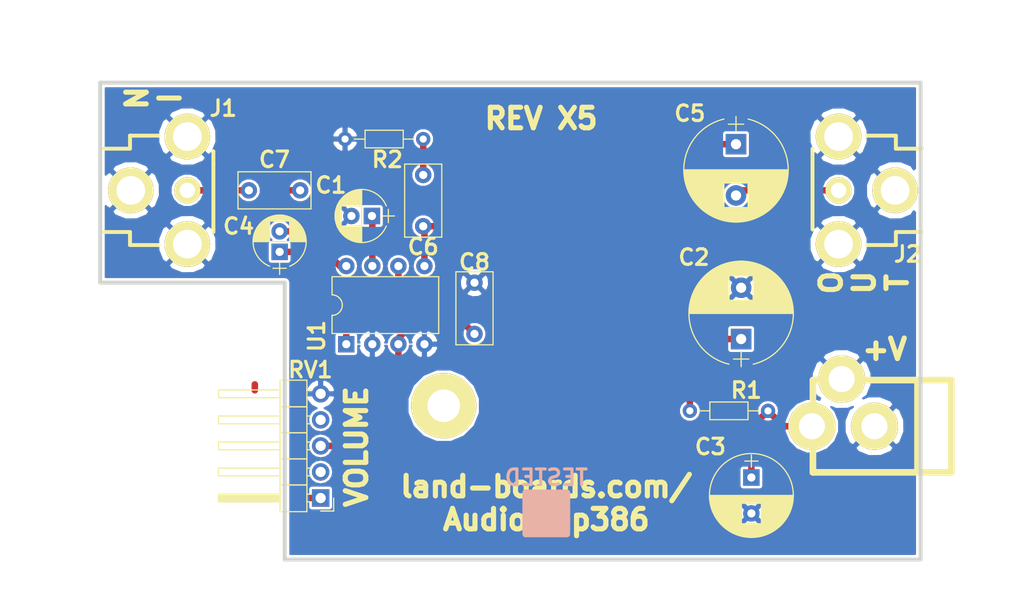
<source format=kicad_pcb>
(kicad_pcb (version 4) (host pcbnew 4.0.5)

  (general
    (links 30)
    (no_connects 0)
    (area -9.709601 -7.2388 94.749602 52.916001)
    (thickness 1.6002)
    (drawings 20)
    (tracks 46)
    (zones 0)
    (modules 17)
    (nets 13)
  )

  (page A)
  (title_block
    (date "Wednesday, April 19, 2017")
  )

  (layers
    (0 Front signal)
    (31 Back signal)
    (36 B.SilkS user)
    (37 F.SilkS user)
    (38 B.Mask user)
    (39 F.Mask user)
    (40 Dwgs.User user)
    (44 Edge.Cuts user)
  )

  (setup
    (last_trace_width 0.2032)
    (user_trace_width 0.3048)
    (user_trace_width 0.381)
    (user_trace_width 0.635)
    (trace_clearance 0.254)
    (zone_clearance 0.254)
    (zone_45_only no)
    (trace_min 0.2032)
    (segment_width 0.381)
    (edge_width 0.381)
    (via_size 0.889)
    (via_drill 0.635)
    (via_min_size 0.889)
    (via_min_drill 0.508)
    (uvia_size 0.508)
    (uvia_drill 0.127)
    (uvias_allowed no)
    (uvia_min_size 0.508)
    (uvia_min_drill 0.127)
    (pcb_text_width 0.3048)
    (pcb_text_size 1.524 2.032)
    (mod_edge_width 0.381)
    (mod_text_size 1.524 1.524)
    (mod_text_width 0.3048)
    (pad_size 1.524 1.524)
    (pad_drill 0.8128)
    (pad_to_mask_clearance 0.254)
    (aux_axis_origin 147.32 73.8124)
    (grid_origin 0.02 0.0124)
    (visible_elements 7FFFFF7F)
    (pcbplotparams
      (layerselection 0x010f0_80000001)
      (usegerberextensions false)
      (excludeedgelayer true)
      (linewidth 0.150000)
      (plotframeref false)
      (viasonmask false)
      (mode 1)
      (useauxorigin false)
      (hpglpennumber 1)
      (hpglpenspeed 20)
      (hpglpendiameter 15)
      (hpglpenoverlay 0)
      (psnegative false)
      (psa4output false)
      (plotreference true)
      (plotvalue true)
      (plotinvisibletext false)
      (padsonsilk false)
      (subtractmaskfromsilk false)
      (outputformat 1)
      (mirror false)
      (drillshape 0)
      (scaleselection 1)
      (outputdirectory plots/))
  )

  (net 0 "")
  (net 1 /+12V)
  (net 2 /COMP)
  (net 3 /IN)
  (net 4 /OUT)
  (net 5 GND)
  (net 6 /RESHI)
  (net 7 /AO)
  (net 8 /RESWI)
  (net 9 "Net-(C1-Pad1)")
  (net 10 "Net-(C2-Pad1)")
  (net 11 "Net-(C4-Pad1)")
  (net 12 "Net-(C4-Pad2)")

  (net_class Default "This is the default net class."
    (clearance 0.254)
    (trace_width 0.2032)
    (via_dia 0.889)
    (via_drill 0.635)
    (uvia_dia 0.508)
    (uvia_drill 0.127)
    (add_net /+12V)
    (add_net /AO)
    (add_net /COMP)
    (add_net /IN)
    (add_net /OUT)
    (add_net /RESHI)
    (add_net /RESWI)
    (add_net GND)
    (add_net "Net-(C1-Pad1)")
    (add_net "Net-(C2-Pad1)")
    (add_net "Net-(C4-Pad1)")
    (add_net "Net-(C4-Pad2)")
  )

  (module Capacitors_ThroughHole:CP_Radial_D10.0mm_P5.00mm (layer Front) (tedit 58F7B557) (tstamp 58F7AC43)
    (at 62.52 25.0124 90)
    (descr "CP, Radial series, Radial, pin pitch=5.00mm, , diameter=10mm, Electrolytic Capacitor")
    (tags "CP Radial series Radial pin pitch 5.00mm  diameter 10mm Electrolytic Capacitor")
    (path /58F7C960)
    (fp_text reference C2 (at 7.968 -4.602 180) (layer F.SilkS)
      (effects (font (thickness 0.3048)))
    )
    (fp_text value 470uF (at 2.5 6.06 90) (layer F.Fab) hide
      (effects (font (size 1 1) (thickness 0.15)))
    )
    (fp_arc (start 2.5 0) (end -2.451333 -1.18) (angle 153.2) (layer F.SilkS) (width 0.12))
    (fp_arc (start 2.5 0) (end -2.451333 1.18) (angle -153.2) (layer F.SilkS) (width 0.12))
    (fp_arc (start 2.5 0) (end 7.451333 -1.18) (angle 26.8) (layer F.SilkS) (width 0.12))
    (fp_circle (center 2.5 0) (end 7.5 0) (layer F.Fab) (width 0.1))
    (fp_line (start -2.7 0) (end -1.2 0) (layer F.Fab) (width 0.1))
    (fp_line (start -1.95 -0.75) (end -1.95 0.75) (layer F.Fab) (width 0.1))
    (fp_line (start 2.5 -5.05) (end 2.5 5.05) (layer F.SilkS) (width 0.12))
    (fp_line (start 2.54 -5.05) (end 2.54 5.05) (layer F.SilkS) (width 0.12))
    (fp_line (start 2.58 -5.05) (end 2.58 5.05) (layer F.SilkS) (width 0.12))
    (fp_line (start 2.62 -5.049) (end 2.62 5.049) (layer F.SilkS) (width 0.12))
    (fp_line (start 2.66 -5.048) (end 2.66 5.048) (layer F.SilkS) (width 0.12))
    (fp_line (start 2.7 -5.047) (end 2.7 5.047) (layer F.SilkS) (width 0.12))
    (fp_line (start 2.74 -5.045) (end 2.74 5.045) (layer F.SilkS) (width 0.12))
    (fp_line (start 2.78 -5.043) (end 2.78 5.043) (layer F.SilkS) (width 0.12))
    (fp_line (start 2.82 -5.04) (end 2.82 5.04) (layer F.SilkS) (width 0.12))
    (fp_line (start 2.86 -5.038) (end 2.86 5.038) (layer F.SilkS) (width 0.12))
    (fp_line (start 2.9 -5.035) (end 2.9 5.035) (layer F.SilkS) (width 0.12))
    (fp_line (start 2.94 -5.031) (end 2.94 5.031) (layer F.SilkS) (width 0.12))
    (fp_line (start 2.98 -5.028) (end 2.98 5.028) (layer F.SilkS) (width 0.12))
    (fp_line (start 3.02 -5.024) (end 3.02 5.024) (layer F.SilkS) (width 0.12))
    (fp_line (start 3.06 -5.02) (end 3.06 5.02) (layer F.SilkS) (width 0.12))
    (fp_line (start 3.1 -5.015) (end 3.1 5.015) (layer F.SilkS) (width 0.12))
    (fp_line (start 3.14 -5.01) (end 3.14 5.01) (layer F.SilkS) (width 0.12))
    (fp_line (start 3.18 -5.005) (end 3.18 5.005) (layer F.SilkS) (width 0.12))
    (fp_line (start 3.221 -4.999) (end 3.221 4.999) (layer F.SilkS) (width 0.12))
    (fp_line (start 3.261 -4.993) (end 3.261 4.993) (layer F.SilkS) (width 0.12))
    (fp_line (start 3.301 -4.987) (end 3.301 4.987) (layer F.SilkS) (width 0.12))
    (fp_line (start 3.341 -4.981) (end 3.341 4.981) (layer F.SilkS) (width 0.12))
    (fp_line (start 3.381 -4.974) (end 3.381 4.974) (layer F.SilkS) (width 0.12))
    (fp_line (start 3.421 -4.967) (end 3.421 4.967) (layer F.SilkS) (width 0.12))
    (fp_line (start 3.461 -4.959) (end 3.461 4.959) (layer F.SilkS) (width 0.12))
    (fp_line (start 3.501 -4.951) (end 3.501 4.951) (layer F.SilkS) (width 0.12))
    (fp_line (start 3.541 -4.943) (end 3.541 4.943) (layer F.SilkS) (width 0.12))
    (fp_line (start 3.581 -4.935) (end 3.581 4.935) (layer F.SilkS) (width 0.12))
    (fp_line (start 3.621 -4.926) (end 3.621 4.926) (layer F.SilkS) (width 0.12))
    (fp_line (start 3.661 -4.917) (end 3.661 4.917) (layer F.SilkS) (width 0.12))
    (fp_line (start 3.701 -4.907) (end 3.701 4.907) (layer F.SilkS) (width 0.12))
    (fp_line (start 3.741 -4.897) (end 3.741 4.897) (layer F.SilkS) (width 0.12))
    (fp_line (start 3.781 -4.887) (end 3.781 4.887) (layer F.SilkS) (width 0.12))
    (fp_line (start 3.821 -4.876) (end 3.821 -1.181) (layer F.SilkS) (width 0.12))
    (fp_line (start 3.821 1.181) (end 3.821 4.876) (layer F.SilkS) (width 0.12))
    (fp_line (start 3.861 -4.865) (end 3.861 -1.181) (layer F.SilkS) (width 0.12))
    (fp_line (start 3.861 1.181) (end 3.861 4.865) (layer F.SilkS) (width 0.12))
    (fp_line (start 3.901 -4.854) (end 3.901 -1.181) (layer F.SilkS) (width 0.12))
    (fp_line (start 3.901 1.181) (end 3.901 4.854) (layer F.SilkS) (width 0.12))
    (fp_line (start 3.941 -4.843) (end 3.941 -1.181) (layer F.SilkS) (width 0.12))
    (fp_line (start 3.941 1.181) (end 3.941 4.843) (layer F.SilkS) (width 0.12))
    (fp_line (start 3.981 -4.831) (end 3.981 -1.181) (layer F.SilkS) (width 0.12))
    (fp_line (start 3.981 1.181) (end 3.981 4.831) (layer F.SilkS) (width 0.12))
    (fp_line (start 4.021 -4.818) (end 4.021 -1.181) (layer F.SilkS) (width 0.12))
    (fp_line (start 4.021 1.181) (end 4.021 4.818) (layer F.SilkS) (width 0.12))
    (fp_line (start 4.061 -4.806) (end 4.061 -1.181) (layer F.SilkS) (width 0.12))
    (fp_line (start 4.061 1.181) (end 4.061 4.806) (layer F.SilkS) (width 0.12))
    (fp_line (start 4.101 -4.792) (end 4.101 -1.181) (layer F.SilkS) (width 0.12))
    (fp_line (start 4.101 1.181) (end 4.101 4.792) (layer F.SilkS) (width 0.12))
    (fp_line (start 4.141 -4.779) (end 4.141 -1.181) (layer F.SilkS) (width 0.12))
    (fp_line (start 4.141 1.181) (end 4.141 4.779) (layer F.SilkS) (width 0.12))
    (fp_line (start 4.181 -4.765) (end 4.181 -1.181) (layer F.SilkS) (width 0.12))
    (fp_line (start 4.181 1.181) (end 4.181 4.765) (layer F.SilkS) (width 0.12))
    (fp_line (start 4.221 -4.751) (end 4.221 -1.181) (layer F.SilkS) (width 0.12))
    (fp_line (start 4.221 1.181) (end 4.221 4.751) (layer F.SilkS) (width 0.12))
    (fp_line (start 4.261 -4.737) (end 4.261 -1.181) (layer F.SilkS) (width 0.12))
    (fp_line (start 4.261 1.181) (end 4.261 4.737) (layer F.SilkS) (width 0.12))
    (fp_line (start 4.301 -4.722) (end 4.301 -1.181) (layer F.SilkS) (width 0.12))
    (fp_line (start 4.301 1.181) (end 4.301 4.722) (layer F.SilkS) (width 0.12))
    (fp_line (start 4.341 -4.706) (end 4.341 -1.181) (layer F.SilkS) (width 0.12))
    (fp_line (start 4.341 1.181) (end 4.341 4.706) (layer F.SilkS) (width 0.12))
    (fp_line (start 4.381 -4.691) (end 4.381 -1.181) (layer F.SilkS) (width 0.12))
    (fp_line (start 4.381 1.181) (end 4.381 4.691) (layer F.SilkS) (width 0.12))
    (fp_line (start 4.421 -4.674) (end 4.421 -1.181) (layer F.SilkS) (width 0.12))
    (fp_line (start 4.421 1.181) (end 4.421 4.674) (layer F.SilkS) (width 0.12))
    (fp_line (start 4.461 -4.658) (end 4.461 -1.181) (layer F.SilkS) (width 0.12))
    (fp_line (start 4.461 1.181) (end 4.461 4.658) (layer F.SilkS) (width 0.12))
    (fp_line (start 4.501 -4.641) (end 4.501 -1.181) (layer F.SilkS) (width 0.12))
    (fp_line (start 4.501 1.181) (end 4.501 4.641) (layer F.SilkS) (width 0.12))
    (fp_line (start 4.541 -4.624) (end 4.541 -1.181) (layer F.SilkS) (width 0.12))
    (fp_line (start 4.541 1.181) (end 4.541 4.624) (layer F.SilkS) (width 0.12))
    (fp_line (start 4.581 -4.606) (end 4.581 -1.181) (layer F.SilkS) (width 0.12))
    (fp_line (start 4.581 1.181) (end 4.581 4.606) (layer F.SilkS) (width 0.12))
    (fp_line (start 4.621 -4.588) (end 4.621 -1.181) (layer F.SilkS) (width 0.12))
    (fp_line (start 4.621 1.181) (end 4.621 4.588) (layer F.SilkS) (width 0.12))
    (fp_line (start 4.661 -4.569) (end 4.661 -1.181) (layer F.SilkS) (width 0.12))
    (fp_line (start 4.661 1.181) (end 4.661 4.569) (layer F.SilkS) (width 0.12))
    (fp_line (start 4.701 -4.55) (end 4.701 -1.181) (layer F.SilkS) (width 0.12))
    (fp_line (start 4.701 1.181) (end 4.701 4.55) (layer F.SilkS) (width 0.12))
    (fp_line (start 4.741 -4.531) (end 4.741 -1.181) (layer F.SilkS) (width 0.12))
    (fp_line (start 4.741 1.181) (end 4.741 4.531) (layer F.SilkS) (width 0.12))
    (fp_line (start 4.781 -4.511) (end 4.781 -1.181) (layer F.SilkS) (width 0.12))
    (fp_line (start 4.781 1.181) (end 4.781 4.511) (layer F.SilkS) (width 0.12))
    (fp_line (start 4.821 -4.491) (end 4.821 -1.181) (layer F.SilkS) (width 0.12))
    (fp_line (start 4.821 1.181) (end 4.821 4.491) (layer F.SilkS) (width 0.12))
    (fp_line (start 4.861 -4.47) (end 4.861 -1.181) (layer F.SilkS) (width 0.12))
    (fp_line (start 4.861 1.181) (end 4.861 4.47) (layer F.SilkS) (width 0.12))
    (fp_line (start 4.901 -4.449) (end 4.901 -1.181) (layer F.SilkS) (width 0.12))
    (fp_line (start 4.901 1.181) (end 4.901 4.449) (layer F.SilkS) (width 0.12))
    (fp_line (start 4.941 -4.428) (end 4.941 -1.181) (layer F.SilkS) (width 0.12))
    (fp_line (start 4.941 1.181) (end 4.941 4.428) (layer F.SilkS) (width 0.12))
    (fp_line (start 4.981 -4.405) (end 4.981 -1.181) (layer F.SilkS) (width 0.12))
    (fp_line (start 4.981 1.181) (end 4.981 4.405) (layer F.SilkS) (width 0.12))
    (fp_line (start 5.021 -4.383) (end 5.021 -1.181) (layer F.SilkS) (width 0.12))
    (fp_line (start 5.021 1.181) (end 5.021 4.383) (layer F.SilkS) (width 0.12))
    (fp_line (start 5.061 -4.36) (end 5.061 -1.181) (layer F.SilkS) (width 0.12))
    (fp_line (start 5.061 1.181) (end 5.061 4.36) (layer F.SilkS) (width 0.12))
    (fp_line (start 5.101 -4.336) (end 5.101 -1.181) (layer F.SilkS) (width 0.12))
    (fp_line (start 5.101 1.181) (end 5.101 4.336) (layer F.SilkS) (width 0.12))
    (fp_line (start 5.141 -4.312) (end 5.141 -1.181) (layer F.SilkS) (width 0.12))
    (fp_line (start 5.141 1.181) (end 5.141 4.312) (layer F.SilkS) (width 0.12))
    (fp_line (start 5.181 -4.288) (end 5.181 -1.181) (layer F.SilkS) (width 0.12))
    (fp_line (start 5.181 1.181) (end 5.181 4.288) (layer F.SilkS) (width 0.12))
    (fp_line (start 5.221 -4.263) (end 5.221 -1.181) (layer F.SilkS) (width 0.12))
    (fp_line (start 5.221 1.181) (end 5.221 4.263) (layer F.SilkS) (width 0.12))
    (fp_line (start 5.261 -4.237) (end 5.261 -1.181) (layer F.SilkS) (width 0.12))
    (fp_line (start 5.261 1.181) (end 5.261 4.237) (layer F.SilkS) (width 0.12))
    (fp_line (start 5.301 -4.211) (end 5.301 -1.181) (layer F.SilkS) (width 0.12))
    (fp_line (start 5.301 1.181) (end 5.301 4.211) (layer F.SilkS) (width 0.12))
    (fp_line (start 5.341 -4.185) (end 5.341 -1.181) (layer F.SilkS) (width 0.12))
    (fp_line (start 5.341 1.181) (end 5.341 4.185) (layer F.SilkS) (width 0.12))
    (fp_line (start 5.381 -4.157) (end 5.381 -1.181) (layer F.SilkS) (width 0.12))
    (fp_line (start 5.381 1.181) (end 5.381 4.157) (layer F.SilkS) (width 0.12))
    (fp_line (start 5.421 -4.13) (end 5.421 -1.181) (layer F.SilkS) (width 0.12))
    (fp_line (start 5.421 1.181) (end 5.421 4.13) (layer F.SilkS) (width 0.12))
    (fp_line (start 5.461 -4.101) (end 5.461 -1.181) (layer F.SilkS) (width 0.12))
    (fp_line (start 5.461 1.181) (end 5.461 4.101) (layer F.SilkS) (width 0.12))
    (fp_line (start 5.501 -4.072) (end 5.501 -1.181) (layer F.SilkS) (width 0.12))
    (fp_line (start 5.501 1.181) (end 5.501 4.072) (layer F.SilkS) (width 0.12))
    (fp_line (start 5.541 -4.043) (end 5.541 -1.181) (layer F.SilkS) (width 0.12))
    (fp_line (start 5.541 1.181) (end 5.541 4.043) (layer F.SilkS) (width 0.12))
    (fp_line (start 5.581 -4.013) (end 5.581 -1.181) (layer F.SilkS) (width 0.12))
    (fp_line (start 5.581 1.181) (end 5.581 4.013) (layer F.SilkS) (width 0.12))
    (fp_line (start 5.621 -3.982) (end 5.621 -1.181) (layer F.SilkS) (width 0.12))
    (fp_line (start 5.621 1.181) (end 5.621 3.982) (layer F.SilkS) (width 0.12))
    (fp_line (start 5.661 -3.951) (end 5.661 -1.181) (layer F.SilkS) (width 0.12))
    (fp_line (start 5.661 1.181) (end 5.661 3.951) (layer F.SilkS) (width 0.12))
    (fp_line (start 5.701 -3.919) (end 5.701 -1.181) (layer F.SilkS) (width 0.12))
    (fp_line (start 5.701 1.181) (end 5.701 3.919) (layer F.SilkS) (width 0.12))
    (fp_line (start 5.741 -3.886) (end 5.741 -1.181) (layer F.SilkS) (width 0.12))
    (fp_line (start 5.741 1.181) (end 5.741 3.886) (layer F.SilkS) (width 0.12))
    (fp_line (start 5.781 -3.853) (end 5.781 -1.181) (layer F.SilkS) (width 0.12))
    (fp_line (start 5.781 1.181) (end 5.781 3.853) (layer F.SilkS) (width 0.12))
    (fp_line (start 5.821 -3.819) (end 5.821 -1.181) (layer F.SilkS) (width 0.12))
    (fp_line (start 5.821 1.181) (end 5.821 3.819) (layer F.SilkS) (width 0.12))
    (fp_line (start 5.861 -3.784) (end 5.861 -1.181) (layer F.SilkS) (width 0.12))
    (fp_line (start 5.861 1.181) (end 5.861 3.784) (layer F.SilkS) (width 0.12))
    (fp_line (start 5.901 -3.748) (end 5.901 -1.181) (layer F.SilkS) (width 0.12))
    (fp_line (start 5.901 1.181) (end 5.901 3.748) (layer F.SilkS) (width 0.12))
    (fp_line (start 5.941 -3.712) (end 5.941 -1.181) (layer F.SilkS) (width 0.12))
    (fp_line (start 5.941 1.181) (end 5.941 3.712) (layer F.SilkS) (width 0.12))
    (fp_line (start 5.981 -3.675) (end 5.981 -1.181) (layer F.SilkS) (width 0.12))
    (fp_line (start 5.981 1.181) (end 5.981 3.675) (layer F.SilkS) (width 0.12))
    (fp_line (start 6.021 -3.637) (end 6.021 -1.181) (layer F.SilkS) (width 0.12))
    (fp_line (start 6.021 1.181) (end 6.021 3.637) (layer F.SilkS) (width 0.12))
    (fp_line (start 6.061 -3.598) (end 6.061 -1.181) (layer F.SilkS) (width 0.12))
    (fp_line (start 6.061 1.181) (end 6.061 3.598) (layer F.SilkS) (width 0.12))
    (fp_line (start 6.101 -3.559) (end 6.101 -1.181) (layer F.SilkS) (width 0.12))
    (fp_line (start 6.101 1.181) (end 6.101 3.559) (layer F.SilkS) (width 0.12))
    (fp_line (start 6.141 -3.518) (end 6.141 -1.181) (layer F.SilkS) (width 0.12))
    (fp_line (start 6.141 1.181) (end 6.141 3.518) (layer F.SilkS) (width 0.12))
    (fp_line (start 6.181 -3.477) (end 6.181 3.477) (layer F.SilkS) (width 0.12))
    (fp_line (start 6.221 -3.435) (end 6.221 3.435) (layer F.SilkS) (width 0.12))
    (fp_line (start 6.261 -3.391) (end 6.261 3.391) (layer F.SilkS) (width 0.12))
    (fp_line (start 6.301 -3.347) (end 6.301 3.347) (layer F.SilkS) (width 0.12))
    (fp_line (start 6.341 -3.302) (end 6.341 3.302) (layer F.SilkS) (width 0.12))
    (fp_line (start 6.381 -3.255) (end 6.381 3.255) (layer F.SilkS) (width 0.12))
    (fp_line (start 6.421 -3.207) (end 6.421 3.207) (layer F.SilkS) (width 0.12))
    (fp_line (start 6.461 -3.158) (end 6.461 3.158) (layer F.SilkS) (width 0.12))
    (fp_line (start 6.501 -3.108) (end 6.501 3.108) (layer F.SilkS) (width 0.12))
    (fp_line (start 6.541 -3.057) (end 6.541 3.057) (layer F.SilkS) (width 0.12))
    (fp_line (start 6.581 -3.004) (end 6.581 3.004) (layer F.SilkS) (width 0.12))
    (fp_line (start 6.621 -2.949) (end 6.621 2.949) (layer F.SilkS) (width 0.12))
    (fp_line (start 6.661 -2.894) (end 6.661 2.894) (layer F.SilkS) (width 0.12))
    (fp_line (start 6.701 -2.836) (end 6.701 2.836) (layer F.SilkS) (width 0.12))
    (fp_line (start 6.741 -2.777) (end 6.741 2.777) (layer F.SilkS) (width 0.12))
    (fp_line (start 6.781 -2.715) (end 6.781 2.715) (layer F.SilkS) (width 0.12))
    (fp_line (start 6.821 -2.652) (end 6.821 2.652) (layer F.SilkS) (width 0.12))
    (fp_line (start 6.861 -2.587) (end 6.861 2.587) (layer F.SilkS) (width 0.12))
    (fp_line (start 6.901 -2.519) (end 6.901 2.519) (layer F.SilkS) (width 0.12))
    (fp_line (start 6.941 -2.449) (end 6.941 2.449) (layer F.SilkS) (width 0.12))
    (fp_line (start 6.981 -2.377) (end 6.981 2.377) (layer F.SilkS) (width 0.12))
    (fp_line (start 7.021 -2.301) (end 7.021 2.301) (layer F.SilkS) (width 0.12))
    (fp_line (start 7.061 -2.222) (end 7.061 2.222) (layer F.SilkS) (width 0.12))
    (fp_line (start 7.101 -2.14) (end 7.101 2.14) (layer F.SilkS) (width 0.12))
    (fp_line (start 7.141 -2.053) (end 7.141 2.053) (layer F.SilkS) (width 0.12))
    (fp_line (start 7.181 -1.962) (end 7.181 1.962) (layer F.SilkS) (width 0.12))
    (fp_line (start 7.221 -1.866) (end 7.221 1.866) (layer F.SilkS) (width 0.12))
    (fp_line (start 7.261 -1.763) (end 7.261 1.763) (layer F.SilkS) (width 0.12))
    (fp_line (start 7.301 -1.654) (end 7.301 1.654) (layer F.SilkS) (width 0.12))
    (fp_line (start 7.341 -1.536) (end 7.341 1.536) (layer F.SilkS) (width 0.12))
    (fp_line (start 7.381 -1.407) (end 7.381 1.407) (layer F.SilkS) (width 0.12))
    (fp_line (start 7.421 -1.265) (end 7.421 1.265) (layer F.SilkS) (width 0.12))
    (fp_line (start 7.461 -1.104) (end 7.461 1.104) (layer F.SilkS) (width 0.12))
    (fp_line (start 7.501 -0.913) (end 7.501 0.913) (layer F.SilkS) (width 0.12))
    (fp_line (start 7.541 -0.672) (end 7.541 0.672) (layer F.SilkS) (width 0.12))
    (fp_line (start 7.581 -0.279) (end 7.581 0.279) (layer F.SilkS) (width 0.12))
    (fp_line (start -2.7 0) (end -1.2 0) (layer F.SilkS) (width 0.12))
    (fp_line (start -1.95 -0.75) (end -1.95 0.75) (layer F.SilkS) (width 0.12))
    (fp_line (start -2.85 -5.35) (end -2.85 5.35) (layer F.CrtYd) (width 0.05))
    (fp_line (start -2.85 5.35) (end 7.85 5.35) (layer F.CrtYd) (width 0.05))
    (fp_line (start 7.85 5.35) (end 7.85 -5.35) (layer F.CrtYd) (width 0.05))
    (fp_line (start 7.85 -5.35) (end -2.85 -5.35) (layer F.CrtYd) (width 0.05))
    (pad 1 thru_hole rect (at 0 0 90) (size 2 2) (drill 1) (layers *.Cu *.Mask)
      (net 10 "Net-(C2-Pad1)"))
    (pad 2 thru_hole circle (at 5 0 90) (size 2 2) (drill 1) (layers *.Cu *.Mask)
      (net 5 GND))
    (model Capacitors_THT.3dshapes/CP_Radial_D10.0mm_P5.00mm.wrl
      (at (xyz 0 0 0))
      (scale (xyz 0.393701 0.393701 0.393701))
      (rotate (xyz 0 0 0))
    )
  )

  (module Capacitors_ThroughHole:CP_Radial_D8.0mm_P3.50mm (layer Front) (tedit 590E31C0) (tstamp 58F7ACEB)
    (at 63.52 38.5124 270)
    (descr "CP, Radial series, Radial, pin pitch=3.50mm, , diameter=8mm, Electrolytic Capacitor")
    (tags "CP Radial series Radial pin pitch 3.50mm  diameter 8mm Electrolytic Capacitor")
    (path /58F7C718)
    (fp_text reference C3 (at -3 4 360) (layer F.SilkS)
      (effects (font (thickness 0.3048)))
    )
    (fp_text value 100uF (at 1.75 5.06 270) (layer F.Fab) hide
      (effects (font (size 1 1) (thickness 0.15)))
    )
    (fp_circle (center 1.75 0) (end 5.75 0) (layer F.Fab) (width 0.1))
    (fp_circle (center 1.75 0) (end 5.84 0) (layer F.SilkS) (width 0.12))
    (fp_line (start -2.2 0) (end -1 0) (layer F.Fab) (width 0.1))
    (fp_line (start -1.6 -0.65) (end -1.6 0.65) (layer F.Fab) (width 0.1))
    (fp_line (start 1.75 -4.05) (end 1.75 4.05) (layer F.SilkS) (width 0.12))
    (fp_line (start 1.79 -4.05) (end 1.79 4.05) (layer F.SilkS) (width 0.12))
    (fp_line (start 1.83 -4.05) (end 1.83 4.05) (layer F.SilkS) (width 0.12))
    (fp_line (start 1.87 -4.049) (end 1.87 4.049) (layer F.SilkS) (width 0.12))
    (fp_line (start 1.91 -4.047) (end 1.91 4.047) (layer F.SilkS) (width 0.12))
    (fp_line (start 1.95 -4.046) (end 1.95 4.046) (layer F.SilkS) (width 0.12))
    (fp_line (start 1.99 -4.043) (end 1.99 4.043) (layer F.SilkS) (width 0.12))
    (fp_line (start 2.03 -4.041) (end 2.03 4.041) (layer F.SilkS) (width 0.12))
    (fp_line (start 2.07 -4.038) (end 2.07 4.038) (layer F.SilkS) (width 0.12))
    (fp_line (start 2.11 -4.035) (end 2.11 4.035) (layer F.SilkS) (width 0.12))
    (fp_line (start 2.15 -4.031) (end 2.15 4.031) (layer F.SilkS) (width 0.12))
    (fp_line (start 2.19 -4.027) (end 2.19 4.027) (layer F.SilkS) (width 0.12))
    (fp_line (start 2.23 -4.022) (end 2.23 4.022) (layer F.SilkS) (width 0.12))
    (fp_line (start 2.27 -4.017) (end 2.27 4.017) (layer F.SilkS) (width 0.12))
    (fp_line (start 2.31 -4.012) (end 2.31 4.012) (layer F.SilkS) (width 0.12))
    (fp_line (start 2.35 -4.006) (end 2.35 4.006) (layer F.SilkS) (width 0.12))
    (fp_line (start 2.39 -4) (end 2.39 4) (layer F.SilkS) (width 0.12))
    (fp_line (start 2.43 -3.994) (end 2.43 3.994) (layer F.SilkS) (width 0.12))
    (fp_line (start 2.471 -3.987) (end 2.471 3.987) (layer F.SilkS) (width 0.12))
    (fp_line (start 2.511 -3.979) (end 2.511 3.979) (layer F.SilkS) (width 0.12))
    (fp_line (start 2.551 -3.971) (end 2.551 -0.98) (layer F.SilkS) (width 0.12))
    (fp_line (start 2.551 0.98) (end 2.551 3.971) (layer F.SilkS) (width 0.12))
    (fp_line (start 2.591 -3.963) (end 2.591 -0.98) (layer F.SilkS) (width 0.12))
    (fp_line (start 2.591 0.98) (end 2.591 3.963) (layer F.SilkS) (width 0.12))
    (fp_line (start 2.631 -3.955) (end 2.631 -0.98) (layer F.SilkS) (width 0.12))
    (fp_line (start 2.631 0.98) (end 2.631 3.955) (layer F.SilkS) (width 0.12))
    (fp_line (start 2.671 -3.946) (end 2.671 -0.98) (layer F.SilkS) (width 0.12))
    (fp_line (start 2.671 0.98) (end 2.671 3.946) (layer F.SilkS) (width 0.12))
    (fp_line (start 2.711 -3.936) (end 2.711 -0.98) (layer F.SilkS) (width 0.12))
    (fp_line (start 2.711 0.98) (end 2.711 3.936) (layer F.SilkS) (width 0.12))
    (fp_line (start 2.751 -3.926) (end 2.751 -0.98) (layer F.SilkS) (width 0.12))
    (fp_line (start 2.751 0.98) (end 2.751 3.926) (layer F.SilkS) (width 0.12))
    (fp_line (start 2.791 -3.916) (end 2.791 -0.98) (layer F.SilkS) (width 0.12))
    (fp_line (start 2.791 0.98) (end 2.791 3.916) (layer F.SilkS) (width 0.12))
    (fp_line (start 2.831 -3.905) (end 2.831 -0.98) (layer F.SilkS) (width 0.12))
    (fp_line (start 2.831 0.98) (end 2.831 3.905) (layer F.SilkS) (width 0.12))
    (fp_line (start 2.871 -3.894) (end 2.871 -0.98) (layer F.SilkS) (width 0.12))
    (fp_line (start 2.871 0.98) (end 2.871 3.894) (layer F.SilkS) (width 0.12))
    (fp_line (start 2.911 -3.883) (end 2.911 -0.98) (layer F.SilkS) (width 0.12))
    (fp_line (start 2.911 0.98) (end 2.911 3.883) (layer F.SilkS) (width 0.12))
    (fp_line (start 2.951 -3.87) (end 2.951 -0.98) (layer F.SilkS) (width 0.12))
    (fp_line (start 2.951 0.98) (end 2.951 3.87) (layer F.SilkS) (width 0.12))
    (fp_line (start 2.991 -3.858) (end 2.991 -0.98) (layer F.SilkS) (width 0.12))
    (fp_line (start 2.991 0.98) (end 2.991 3.858) (layer F.SilkS) (width 0.12))
    (fp_line (start 3.031 -3.845) (end 3.031 -0.98) (layer F.SilkS) (width 0.12))
    (fp_line (start 3.031 0.98) (end 3.031 3.845) (layer F.SilkS) (width 0.12))
    (fp_line (start 3.071 -3.832) (end 3.071 -0.98) (layer F.SilkS) (width 0.12))
    (fp_line (start 3.071 0.98) (end 3.071 3.832) (layer F.SilkS) (width 0.12))
    (fp_line (start 3.111 -3.818) (end 3.111 -0.98) (layer F.SilkS) (width 0.12))
    (fp_line (start 3.111 0.98) (end 3.111 3.818) (layer F.SilkS) (width 0.12))
    (fp_line (start 3.151 -3.803) (end 3.151 -0.98) (layer F.SilkS) (width 0.12))
    (fp_line (start 3.151 0.98) (end 3.151 3.803) (layer F.SilkS) (width 0.12))
    (fp_line (start 3.191 -3.789) (end 3.191 -0.98) (layer F.SilkS) (width 0.12))
    (fp_line (start 3.191 0.98) (end 3.191 3.789) (layer F.SilkS) (width 0.12))
    (fp_line (start 3.231 -3.773) (end 3.231 -0.98) (layer F.SilkS) (width 0.12))
    (fp_line (start 3.231 0.98) (end 3.231 3.773) (layer F.SilkS) (width 0.12))
    (fp_line (start 3.271 -3.758) (end 3.271 -0.98) (layer F.SilkS) (width 0.12))
    (fp_line (start 3.271 0.98) (end 3.271 3.758) (layer F.SilkS) (width 0.12))
    (fp_line (start 3.311 -3.741) (end 3.311 -0.98) (layer F.SilkS) (width 0.12))
    (fp_line (start 3.311 0.98) (end 3.311 3.741) (layer F.SilkS) (width 0.12))
    (fp_line (start 3.351 -3.725) (end 3.351 -0.98) (layer F.SilkS) (width 0.12))
    (fp_line (start 3.351 0.98) (end 3.351 3.725) (layer F.SilkS) (width 0.12))
    (fp_line (start 3.391 -3.707) (end 3.391 -0.98) (layer F.SilkS) (width 0.12))
    (fp_line (start 3.391 0.98) (end 3.391 3.707) (layer F.SilkS) (width 0.12))
    (fp_line (start 3.431 -3.69) (end 3.431 -0.98) (layer F.SilkS) (width 0.12))
    (fp_line (start 3.431 0.98) (end 3.431 3.69) (layer F.SilkS) (width 0.12))
    (fp_line (start 3.471 -3.671) (end 3.471 -0.98) (layer F.SilkS) (width 0.12))
    (fp_line (start 3.471 0.98) (end 3.471 3.671) (layer F.SilkS) (width 0.12))
    (fp_line (start 3.511 -3.652) (end 3.511 -0.98) (layer F.SilkS) (width 0.12))
    (fp_line (start 3.511 0.98) (end 3.511 3.652) (layer F.SilkS) (width 0.12))
    (fp_line (start 3.551 -3.633) (end 3.551 -0.98) (layer F.SilkS) (width 0.12))
    (fp_line (start 3.551 0.98) (end 3.551 3.633) (layer F.SilkS) (width 0.12))
    (fp_line (start 3.591 -3.613) (end 3.591 -0.98) (layer F.SilkS) (width 0.12))
    (fp_line (start 3.591 0.98) (end 3.591 3.613) (layer F.SilkS) (width 0.12))
    (fp_line (start 3.631 -3.593) (end 3.631 -0.98) (layer F.SilkS) (width 0.12))
    (fp_line (start 3.631 0.98) (end 3.631 3.593) (layer F.SilkS) (width 0.12))
    (fp_line (start 3.671 -3.572) (end 3.671 -0.98) (layer F.SilkS) (width 0.12))
    (fp_line (start 3.671 0.98) (end 3.671 3.572) (layer F.SilkS) (width 0.12))
    (fp_line (start 3.711 -3.55) (end 3.711 -0.98) (layer F.SilkS) (width 0.12))
    (fp_line (start 3.711 0.98) (end 3.711 3.55) (layer F.SilkS) (width 0.12))
    (fp_line (start 3.751 -3.528) (end 3.751 -0.98) (layer F.SilkS) (width 0.12))
    (fp_line (start 3.751 0.98) (end 3.751 3.528) (layer F.SilkS) (width 0.12))
    (fp_line (start 3.791 -3.505) (end 3.791 -0.98) (layer F.SilkS) (width 0.12))
    (fp_line (start 3.791 0.98) (end 3.791 3.505) (layer F.SilkS) (width 0.12))
    (fp_line (start 3.831 -3.482) (end 3.831 -0.98) (layer F.SilkS) (width 0.12))
    (fp_line (start 3.831 0.98) (end 3.831 3.482) (layer F.SilkS) (width 0.12))
    (fp_line (start 3.871 -3.458) (end 3.871 -0.98) (layer F.SilkS) (width 0.12))
    (fp_line (start 3.871 0.98) (end 3.871 3.458) (layer F.SilkS) (width 0.12))
    (fp_line (start 3.911 -3.434) (end 3.911 -0.98) (layer F.SilkS) (width 0.12))
    (fp_line (start 3.911 0.98) (end 3.911 3.434) (layer F.SilkS) (width 0.12))
    (fp_line (start 3.951 -3.408) (end 3.951 -0.98) (layer F.SilkS) (width 0.12))
    (fp_line (start 3.951 0.98) (end 3.951 3.408) (layer F.SilkS) (width 0.12))
    (fp_line (start 3.991 -3.383) (end 3.991 -0.98) (layer F.SilkS) (width 0.12))
    (fp_line (start 3.991 0.98) (end 3.991 3.383) (layer F.SilkS) (width 0.12))
    (fp_line (start 4.031 -3.356) (end 4.031 -0.98) (layer F.SilkS) (width 0.12))
    (fp_line (start 4.031 0.98) (end 4.031 3.356) (layer F.SilkS) (width 0.12))
    (fp_line (start 4.071 -3.329) (end 4.071 -0.98) (layer F.SilkS) (width 0.12))
    (fp_line (start 4.071 0.98) (end 4.071 3.329) (layer F.SilkS) (width 0.12))
    (fp_line (start 4.111 -3.301) (end 4.111 -0.98) (layer F.SilkS) (width 0.12))
    (fp_line (start 4.111 0.98) (end 4.111 3.301) (layer F.SilkS) (width 0.12))
    (fp_line (start 4.151 -3.272) (end 4.151 -0.98) (layer F.SilkS) (width 0.12))
    (fp_line (start 4.151 0.98) (end 4.151 3.272) (layer F.SilkS) (width 0.12))
    (fp_line (start 4.191 -3.243) (end 4.191 -0.98) (layer F.SilkS) (width 0.12))
    (fp_line (start 4.191 0.98) (end 4.191 3.243) (layer F.SilkS) (width 0.12))
    (fp_line (start 4.231 -3.213) (end 4.231 -0.98) (layer F.SilkS) (width 0.12))
    (fp_line (start 4.231 0.98) (end 4.231 3.213) (layer F.SilkS) (width 0.12))
    (fp_line (start 4.271 -3.182) (end 4.271 -0.98) (layer F.SilkS) (width 0.12))
    (fp_line (start 4.271 0.98) (end 4.271 3.182) (layer F.SilkS) (width 0.12))
    (fp_line (start 4.311 -3.15) (end 4.311 -0.98) (layer F.SilkS) (width 0.12))
    (fp_line (start 4.311 0.98) (end 4.311 3.15) (layer F.SilkS) (width 0.12))
    (fp_line (start 4.351 -3.118) (end 4.351 -0.98) (layer F.SilkS) (width 0.12))
    (fp_line (start 4.351 0.98) (end 4.351 3.118) (layer F.SilkS) (width 0.12))
    (fp_line (start 4.391 -3.084) (end 4.391 -0.98) (layer F.SilkS) (width 0.12))
    (fp_line (start 4.391 0.98) (end 4.391 3.084) (layer F.SilkS) (width 0.12))
    (fp_line (start 4.431 -3.05) (end 4.431 -0.98) (layer F.SilkS) (width 0.12))
    (fp_line (start 4.431 0.98) (end 4.431 3.05) (layer F.SilkS) (width 0.12))
    (fp_line (start 4.471 -3.015) (end 4.471 -0.98) (layer F.SilkS) (width 0.12))
    (fp_line (start 4.471 0.98) (end 4.471 3.015) (layer F.SilkS) (width 0.12))
    (fp_line (start 4.511 -2.979) (end 4.511 2.979) (layer F.SilkS) (width 0.12))
    (fp_line (start 4.551 -2.942) (end 4.551 2.942) (layer F.SilkS) (width 0.12))
    (fp_line (start 4.591 -2.904) (end 4.591 2.904) (layer F.SilkS) (width 0.12))
    (fp_line (start 4.631 -2.865) (end 4.631 2.865) (layer F.SilkS) (width 0.12))
    (fp_line (start 4.671 -2.824) (end 4.671 2.824) (layer F.SilkS) (width 0.12))
    (fp_line (start 4.711 -2.783) (end 4.711 2.783) (layer F.SilkS) (width 0.12))
    (fp_line (start 4.751 -2.74) (end 4.751 2.74) (layer F.SilkS) (width 0.12))
    (fp_line (start 4.791 -2.697) (end 4.791 2.697) (layer F.SilkS) (width 0.12))
    (fp_line (start 4.831 -2.652) (end 4.831 2.652) (layer F.SilkS) (width 0.12))
    (fp_line (start 4.871 -2.605) (end 4.871 2.605) (layer F.SilkS) (width 0.12))
    (fp_line (start 4.911 -2.557) (end 4.911 2.557) (layer F.SilkS) (width 0.12))
    (fp_line (start 4.951 -2.508) (end 4.951 2.508) (layer F.SilkS) (width 0.12))
    (fp_line (start 4.991 -2.457) (end 4.991 2.457) (layer F.SilkS) (width 0.12))
    (fp_line (start 5.031 -2.404) (end 5.031 2.404) (layer F.SilkS) (width 0.12))
    (fp_line (start 5.071 -2.349) (end 5.071 2.349) (layer F.SilkS) (width 0.12))
    (fp_line (start 5.111 -2.293) (end 5.111 2.293) (layer F.SilkS) (width 0.12))
    (fp_line (start 5.151 -2.234) (end 5.151 2.234) (layer F.SilkS) (width 0.12))
    (fp_line (start 5.191 -2.173) (end 5.191 2.173) (layer F.SilkS) (width 0.12))
    (fp_line (start 5.231 -2.109) (end 5.231 2.109) (layer F.SilkS) (width 0.12))
    (fp_line (start 5.271 -2.043) (end 5.271 2.043) (layer F.SilkS) (width 0.12))
    (fp_line (start 5.311 -1.974) (end 5.311 1.974) (layer F.SilkS) (width 0.12))
    (fp_line (start 5.351 -1.902) (end 5.351 1.902) (layer F.SilkS) (width 0.12))
    (fp_line (start 5.391 -1.826) (end 5.391 1.826) (layer F.SilkS) (width 0.12))
    (fp_line (start 5.431 -1.745) (end 5.431 1.745) (layer F.SilkS) (width 0.12))
    (fp_line (start 5.471 -1.66) (end 5.471 1.66) (layer F.SilkS) (width 0.12))
    (fp_line (start 5.511 -1.57) (end 5.511 1.57) (layer F.SilkS) (width 0.12))
    (fp_line (start 5.551 -1.473) (end 5.551 1.473) (layer F.SilkS) (width 0.12))
    (fp_line (start 5.591 -1.369) (end 5.591 1.369) (layer F.SilkS) (width 0.12))
    (fp_line (start 5.631 -1.254) (end 5.631 1.254) (layer F.SilkS) (width 0.12))
    (fp_line (start 5.671 -1.127) (end 5.671 1.127) (layer F.SilkS) (width 0.12))
    (fp_line (start 5.711 -0.983) (end 5.711 0.983) (layer F.SilkS) (width 0.12))
    (fp_line (start 5.751 -0.814) (end 5.751 0.814) (layer F.SilkS) (width 0.12))
    (fp_line (start 5.791 -0.598) (end 5.791 0.598) (layer F.SilkS) (width 0.12))
    (fp_line (start 5.831 -0.246) (end 5.831 0.246) (layer F.SilkS) (width 0.12))
    (fp_line (start -2.2 0) (end -1 0) (layer F.SilkS) (width 0.12))
    (fp_line (start -1.6 -0.65) (end -1.6 0.65) (layer F.SilkS) (width 0.12))
    (fp_line (start -2.6 -4.35) (end -2.6 4.35) (layer F.CrtYd) (width 0.05))
    (fp_line (start -2.6 4.35) (end 6.1 4.35) (layer F.CrtYd) (width 0.05))
    (fp_line (start 6.1 4.35) (end 6.1 -4.35) (layer F.CrtYd) (width 0.05))
    (fp_line (start 6.1 -4.35) (end -2.6 -4.35) (layer F.CrtYd) (width 0.05))
    (pad 1 thru_hole rect (at 0 0 270) (size 1.6 1.6) (drill 0.8) (layers *.Cu *.Mask)
      (net 1 /+12V))
    (pad 2 thru_hole circle (at 3.5 0 270) (size 1.6 1.6) (drill 0.8) (layers *.Cu *.Mask)
      (net 5 GND))
    (model Capacitors_THT.3dshapes/CP_Radial_D8.0mm_P3.50mm.wrl
      (at (xyz 0 0 0))
      (scale (xyz 0.393701 0.393701 0.393701))
      (rotate (xyz 0 0 0))
    )
  )

  (module Capacitors_ThroughHole:CP_Radial_D5.0mm_P2.00mm (layer Front) (tedit 590E31CD) (tstamp 58F7AD6F)
    (at 17.52 16.5124 90)
    (descr "CP, Radial series, Radial, pin pitch=2.00mm, , diameter=5mm, Electrolytic Capacitor")
    (tags "CP Radial series Radial pin pitch 2.00mm  diameter 5mm Electrolytic Capacitor")
    (path /58F7D510)
    (fp_text reference C4 (at 2.5 -4 180) (layer F.SilkS)
      (effects (font (thickness 0.3048)))
    )
    (fp_text value 10uF (at 1 3.56 90) (layer F.Fab) hide
      (effects (font (size 1 1) (thickness 0.15)))
    )
    (fp_arc (start 1 0) (end -1.397436 -0.98) (angle 135.5) (layer F.SilkS) (width 0.12))
    (fp_arc (start 1 0) (end -1.397436 0.98) (angle -135.5) (layer F.SilkS) (width 0.12))
    (fp_arc (start 1 0) (end 3.397436 -0.98) (angle 44.5) (layer F.SilkS) (width 0.12))
    (fp_circle (center 1 0) (end 3.5 0) (layer F.Fab) (width 0.1))
    (fp_line (start -2.2 0) (end -1 0) (layer F.Fab) (width 0.1))
    (fp_line (start -1.6 -0.65) (end -1.6 0.65) (layer F.Fab) (width 0.1))
    (fp_line (start 1 -2.55) (end 1 2.55) (layer F.SilkS) (width 0.12))
    (fp_line (start 1.04 -2.55) (end 1.04 -0.98) (layer F.SilkS) (width 0.12))
    (fp_line (start 1.04 0.98) (end 1.04 2.55) (layer F.SilkS) (width 0.12))
    (fp_line (start 1.08 -2.549) (end 1.08 -0.98) (layer F.SilkS) (width 0.12))
    (fp_line (start 1.08 0.98) (end 1.08 2.549) (layer F.SilkS) (width 0.12))
    (fp_line (start 1.12 -2.548) (end 1.12 -0.98) (layer F.SilkS) (width 0.12))
    (fp_line (start 1.12 0.98) (end 1.12 2.548) (layer F.SilkS) (width 0.12))
    (fp_line (start 1.16 -2.546) (end 1.16 -0.98) (layer F.SilkS) (width 0.12))
    (fp_line (start 1.16 0.98) (end 1.16 2.546) (layer F.SilkS) (width 0.12))
    (fp_line (start 1.2 -2.543) (end 1.2 -0.98) (layer F.SilkS) (width 0.12))
    (fp_line (start 1.2 0.98) (end 1.2 2.543) (layer F.SilkS) (width 0.12))
    (fp_line (start 1.24 -2.539) (end 1.24 -0.98) (layer F.SilkS) (width 0.12))
    (fp_line (start 1.24 0.98) (end 1.24 2.539) (layer F.SilkS) (width 0.12))
    (fp_line (start 1.28 -2.535) (end 1.28 -0.98) (layer F.SilkS) (width 0.12))
    (fp_line (start 1.28 0.98) (end 1.28 2.535) (layer F.SilkS) (width 0.12))
    (fp_line (start 1.32 -2.531) (end 1.32 -0.98) (layer F.SilkS) (width 0.12))
    (fp_line (start 1.32 0.98) (end 1.32 2.531) (layer F.SilkS) (width 0.12))
    (fp_line (start 1.36 -2.525) (end 1.36 -0.98) (layer F.SilkS) (width 0.12))
    (fp_line (start 1.36 0.98) (end 1.36 2.525) (layer F.SilkS) (width 0.12))
    (fp_line (start 1.4 -2.519) (end 1.4 -0.98) (layer F.SilkS) (width 0.12))
    (fp_line (start 1.4 0.98) (end 1.4 2.519) (layer F.SilkS) (width 0.12))
    (fp_line (start 1.44 -2.513) (end 1.44 -0.98) (layer F.SilkS) (width 0.12))
    (fp_line (start 1.44 0.98) (end 1.44 2.513) (layer F.SilkS) (width 0.12))
    (fp_line (start 1.48 -2.506) (end 1.48 -0.98) (layer F.SilkS) (width 0.12))
    (fp_line (start 1.48 0.98) (end 1.48 2.506) (layer F.SilkS) (width 0.12))
    (fp_line (start 1.52 -2.498) (end 1.52 -0.98) (layer F.SilkS) (width 0.12))
    (fp_line (start 1.52 0.98) (end 1.52 2.498) (layer F.SilkS) (width 0.12))
    (fp_line (start 1.56 -2.489) (end 1.56 -0.98) (layer F.SilkS) (width 0.12))
    (fp_line (start 1.56 0.98) (end 1.56 2.489) (layer F.SilkS) (width 0.12))
    (fp_line (start 1.6 -2.48) (end 1.6 -0.98) (layer F.SilkS) (width 0.12))
    (fp_line (start 1.6 0.98) (end 1.6 2.48) (layer F.SilkS) (width 0.12))
    (fp_line (start 1.64 -2.47) (end 1.64 -0.98) (layer F.SilkS) (width 0.12))
    (fp_line (start 1.64 0.98) (end 1.64 2.47) (layer F.SilkS) (width 0.12))
    (fp_line (start 1.68 -2.46) (end 1.68 -0.98) (layer F.SilkS) (width 0.12))
    (fp_line (start 1.68 0.98) (end 1.68 2.46) (layer F.SilkS) (width 0.12))
    (fp_line (start 1.721 -2.448) (end 1.721 -0.98) (layer F.SilkS) (width 0.12))
    (fp_line (start 1.721 0.98) (end 1.721 2.448) (layer F.SilkS) (width 0.12))
    (fp_line (start 1.761 -2.436) (end 1.761 -0.98) (layer F.SilkS) (width 0.12))
    (fp_line (start 1.761 0.98) (end 1.761 2.436) (layer F.SilkS) (width 0.12))
    (fp_line (start 1.801 -2.424) (end 1.801 -0.98) (layer F.SilkS) (width 0.12))
    (fp_line (start 1.801 0.98) (end 1.801 2.424) (layer F.SilkS) (width 0.12))
    (fp_line (start 1.841 -2.41) (end 1.841 -0.98) (layer F.SilkS) (width 0.12))
    (fp_line (start 1.841 0.98) (end 1.841 2.41) (layer F.SilkS) (width 0.12))
    (fp_line (start 1.881 -2.396) (end 1.881 -0.98) (layer F.SilkS) (width 0.12))
    (fp_line (start 1.881 0.98) (end 1.881 2.396) (layer F.SilkS) (width 0.12))
    (fp_line (start 1.921 -2.382) (end 1.921 -0.98) (layer F.SilkS) (width 0.12))
    (fp_line (start 1.921 0.98) (end 1.921 2.382) (layer F.SilkS) (width 0.12))
    (fp_line (start 1.961 -2.366) (end 1.961 -0.98) (layer F.SilkS) (width 0.12))
    (fp_line (start 1.961 0.98) (end 1.961 2.366) (layer F.SilkS) (width 0.12))
    (fp_line (start 2.001 -2.35) (end 2.001 -0.98) (layer F.SilkS) (width 0.12))
    (fp_line (start 2.001 0.98) (end 2.001 2.35) (layer F.SilkS) (width 0.12))
    (fp_line (start 2.041 -2.333) (end 2.041 -0.98) (layer F.SilkS) (width 0.12))
    (fp_line (start 2.041 0.98) (end 2.041 2.333) (layer F.SilkS) (width 0.12))
    (fp_line (start 2.081 -2.315) (end 2.081 -0.98) (layer F.SilkS) (width 0.12))
    (fp_line (start 2.081 0.98) (end 2.081 2.315) (layer F.SilkS) (width 0.12))
    (fp_line (start 2.121 -2.296) (end 2.121 -0.98) (layer F.SilkS) (width 0.12))
    (fp_line (start 2.121 0.98) (end 2.121 2.296) (layer F.SilkS) (width 0.12))
    (fp_line (start 2.161 -2.276) (end 2.161 -0.98) (layer F.SilkS) (width 0.12))
    (fp_line (start 2.161 0.98) (end 2.161 2.276) (layer F.SilkS) (width 0.12))
    (fp_line (start 2.201 -2.256) (end 2.201 -0.98) (layer F.SilkS) (width 0.12))
    (fp_line (start 2.201 0.98) (end 2.201 2.256) (layer F.SilkS) (width 0.12))
    (fp_line (start 2.241 -2.234) (end 2.241 -0.98) (layer F.SilkS) (width 0.12))
    (fp_line (start 2.241 0.98) (end 2.241 2.234) (layer F.SilkS) (width 0.12))
    (fp_line (start 2.281 -2.212) (end 2.281 -0.98) (layer F.SilkS) (width 0.12))
    (fp_line (start 2.281 0.98) (end 2.281 2.212) (layer F.SilkS) (width 0.12))
    (fp_line (start 2.321 -2.189) (end 2.321 -0.98) (layer F.SilkS) (width 0.12))
    (fp_line (start 2.321 0.98) (end 2.321 2.189) (layer F.SilkS) (width 0.12))
    (fp_line (start 2.361 -2.165) (end 2.361 -0.98) (layer F.SilkS) (width 0.12))
    (fp_line (start 2.361 0.98) (end 2.361 2.165) (layer F.SilkS) (width 0.12))
    (fp_line (start 2.401 -2.14) (end 2.401 -0.98) (layer F.SilkS) (width 0.12))
    (fp_line (start 2.401 0.98) (end 2.401 2.14) (layer F.SilkS) (width 0.12))
    (fp_line (start 2.441 -2.113) (end 2.441 -0.98) (layer F.SilkS) (width 0.12))
    (fp_line (start 2.441 0.98) (end 2.441 2.113) (layer F.SilkS) (width 0.12))
    (fp_line (start 2.481 -2.086) (end 2.481 -0.98) (layer F.SilkS) (width 0.12))
    (fp_line (start 2.481 0.98) (end 2.481 2.086) (layer F.SilkS) (width 0.12))
    (fp_line (start 2.521 -2.058) (end 2.521 -0.98) (layer F.SilkS) (width 0.12))
    (fp_line (start 2.521 0.98) (end 2.521 2.058) (layer F.SilkS) (width 0.12))
    (fp_line (start 2.561 -2.028) (end 2.561 -0.98) (layer F.SilkS) (width 0.12))
    (fp_line (start 2.561 0.98) (end 2.561 2.028) (layer F.SilkS) (width 0.12))
    (fp_line (start 2.601 -1.997) (end 2.601 -0.98) (layer F.SilkS) (width 0.12))
    (fp_line (start 2.601 0.98) (end 2.601 1.997) (layer F.SilkS) (width 0.12))
    (fp_line (start 2.641 -1.965) (end 2.641 -0.98) (layer F.SilkS) (width 0.12))
    (fp_line (start 2.641 0.98) (end 2.641 1.965) (layer F.SilkS) (width 0.12))
    (fp_line (start 2.681 -1.932) (end 2.681 -0.98) (layer F.SilkS) (width 0.12))
    (fp_line (start 2.681 0.98) (end 2.681 1.932) (layer F.SilkS) (width 0.12))
    (fp_line (start 2.721 -1.897) (end 2.721 -0.98) (layer F.SilkS) (width 0.12))
    (fp_line (start 2.721 0.98) (end 2.721 1.897) (layer F.SilkS) (width 0.12))
    (fp_line (start 2.761 -1.861) (end 2.761 -0.98) (layer F.SilkS) (width 0.12))
    (fp_line (start 2.761 0.98) (end 2.761 1.861) (layer F.SilkS) (width 0.12))
    (fp_line (start 2.801 -1.823) (end 2.801 -0.98) (layer F.SilkS) (width 0.12))
    (fp_line (start 2.801 0.98) (end 2.801 1.823) (layer F.SilkS) (width 0.12))
    (fp_line (start 2.841 -1.783) (end 2.841 -0.98) (layer F.SilkS) (width 0.12))
    (fp_line (start 2.841 0.98) (end 2.841 1.783) (layer F.SilkS) (width 0.12))
    (fp_line (start 2.881 -1.742) (end 2.881 -0.98) (layer F.SilkS) (width 0.12))
    (fp_line (start 2.881 0.98) (end 2.881 1.742) (layer F.SilkS) (width 0.12))
    (fp_line (start 2.921 -1.699) (end 2.921 -0.98) (layer F.SilkS) (width 0.12))
    (fp_line (start 2.921 0.98) (end 2.921 1.699) (layer F.SilkS) (width 0.12))
    (fp_line (start 2.961 -1.654) (end 2.961 -0.98) (layer F.SilkS) (width 0.12))
    (fp_line (start 2.961 0.98) (end 2.961 1.654) (layer F.SilkS) (width 0.12))
    (fp_line (start 3.001 -1.606) (end 3.001 1.606) (layer F.SilkS) (width 0.12))
    (fp_line (start 3.041 -1.556) (end 3.041 1.556) (layer F.SilkS) (width 0.12))
    (fp_line (start 3.081 -1.504) (end 3.081 1.504) (layer F.SilkS) (width 0.12))
    (fp_line (start 3.121 -1.448) (end 3.121 1.448) (layer F.SilkS) (width 0.12))
    (fp_line (start 3.161 -1.39) (end 3.161 1.39) (layer F.SilkS) (width 0.12))
    (fp_line (start 3.201 -1.327) (end 3.201 1.327) (layer F.SilkS) (width 0.12))
    (fp_line (start 3.241 -1.261) (end 3.241 1.261) (layer F.SilkS) (width 0.12))
    (fp_line (start 3.281 -1.189) (end 3.281 1.189) (layer F.SilkS) (width 0.12))
    (fp_line (start 3.321 -1.112) (end 3.321 1.112) (layer F.SilkS) (width 0.12))
    (fp_line (start 3.361 -1.028) (end 3.361 1.028) (layer F.SilkS) (width 0.12))
    (fp_line (start 3.401 -0.934) (end 3.401 0.934) (layer F.SilkS) (width 0.12))
    (fp_line (start 3.441 -0.829) (end 3.441 0.829) (layer F.SilkS) (width 0.12))
    (fp_line (start 3.481 -0.707) (end 3.481 0.707) (layer F.SilkS) (width 0.12))
    (fp_line (start 3.521 -0.559) (end 3.521 0.559) (layer F.SilkS) (width 0.12))
    (fp_line (start 3.561 -0.354) (end 3.561 0.354) (layer F.SilkS) (width 0.12))
    (fp_line (start -2.2 0) (end -1 0) (layer F.SilkS) (width 0.12))
    (fp_line (start -1.6 -0.65) (end -1.6 0.65) (layer F.SilkS) (width 0.12))
    (fp_line (start -1.85 -2.85) (end -1.85 2.85) (layer F.CrtYd) (width 0.05))
    (fp_line (start -1.85 2.85) (end 3.85 2.85) (layer F.CrtYd) (width 0.05))
    (fp_line (start 3.85 2.85) (end 3.85 -2.85) (layer F.CrtYd) (width 0.05))
    (fp_line (start 3.85 -2.85) (end -1.85 -2.85) (layer F.CrtYd) (width 0.05))
    (pad 1 thru_hole rect (at 0 0 90) (size 1.6 1.6) (drill 0.8) (layers *.Cu *.Mask)
      (net 11 "Net-(C4-Pad1)"))
    (pad 2 thru_hole circle (at 2 0 90) (size 1.6 1.6) (drill 0.8) (layers *.Cu *.Mask)
      (net 12 "Net-(C4-Pad2)"))
    (model Capacitors_THT.3dshapes/CP_Radial_D5.0mm_P2.00mm.wrl
      (at (xyz 0 0 0))
      (scale (xyz 0.393701 0.393701 0.393701))
      (rotate (xyz 0 0 0))
    )
  )

  (module LandBoards_MountHoles:MTG-4-40 (layer Front) (tedit 58F7B603) (tstamp 58F7AD90)
    (at 33.52 31.5124)
    (path /58F7C073)
    (fp_text reference MTG4 (at -6.858 -0.635) (layer F.SilkS) hide
      (effects (font (thickness 0.3048)))
    )
    (fp_text value MTG_HOLE (at 0 -5.08) (layer F.SilkS) hide
      (effects (font (thickness 0.3048)))
    )
    (pad 1 thru_hole circle (at 0 0) (size 6.35 6.35) (drill 3.175) (layers *.Cu *.Mask F.SilkS))
  )

  (module Resistors_ThroughHole:R_Axial_DIN0204_L3.6mm_D1.6mm_P7.62mm_Horizontal (layer Front) (tedit 58F7AC00) (tstamp 58F7ADF0)
    (at 57.52 32.0124)
    (descr "Resistor, Axial_DIN0204 series, Axial, Horizontal, pin pitch=7.62mm, 0.16666666666666666W = 1/6W, length*diameter=3.6*1.6mm^2, http://cdn-reichelt.de/documents/datenblatt/B400/1_4W%23YAG.pdf")
    (tags "Resistor Axial_DIN0204 series Axial Horizontal pin pitch 7.62mm 0.16666666666666666W = 1/6W length 3.6mm diameter 1.6mm")
    (path /58F7CA42)
    (fp_text reference R1 (at 5.5 -2) (layer F.SilkS)
      (effects (font (thickness 0.3048)))
    )
    (fp_text value 10 (at 3.81 1.86) (layer F.Fab) hide
      (effects (font (size 1 1) (thickness 0.15)))
    )
    (fp_line (start 2.01 -0.8) (end 2.01 0.8) (layer F.Fab) (width 0.1))
    (fp_line (start 2.01 0.8) (end 5.61 0.8) (layer F.Fab) (width 0.1))
    (fp_line (start 5.61 0.8) (end 5.61 -0.8) (layer F.Fab) (width 0.1))
    (fp_line (start 5.61 -0.8) (end 2.01 -0.8) (layer F.Fab) (width 0.1))
    (fp_line (start 0 0) (end 2.01 0) (layer F.Fab) (width 0.1))
    (fp_line (start 7.62 0) (end 5.61 0) (layer F.Fab) (width 0.1))
    (fp_line (start 1.95 -0.86) (end 1.95 0.86) (layer F.SilkS) (width 0.12))
    (fp_line (start 1.95 0.86) (end 5.67 0.86) (layer F.SilkS) (width 0.12))
    (fp_line (start 5.67 0.86) (end 5.67 -0.86) (layer F.SilkS) (width 0.12))
    (fp_line (start 5.67 -0.86) (end 1.95 -0.86) (layer F.SilkS) (width 0.12))
    (fp_line (start 0.88 0) (end 1.95 0) (layer F.SilkS) (width 0.12))
    (fp_line (start 6.74 0) (end 5.67 0) (layer F.SilkS) (width 0.12))
    (fp_line (start -0.95 -1.15) (end -0.95 1.15) (layer F.CrtYd) (width 0.05))
    (fp_line (start -0.95 1.15) (end 8.6 1.15) (layer F.CrtYd) (width 0.05))
    (fp_line (start 8.6 1.15) (end 8.6 -1.15) (layer F.CrtYd) (width 0.05))
    (fp_line (start 8.6 -1.15) (end -0.95 -1.15) (layer F.CrtYd) (width 0.05))
    (pad 1 thru_hole circle (at 0 0) (size 1.4 1.4) (drill 0.7) (layers *.Cu *.Mask)
      (net 10 "Net-(C2-Pad1)"))
    (pad 2 thru_hole oval (at 7.62 0) (size 1.4 1.4) (drill 0.7) (layers *.Cu *.Mask)
      (net 1 /+12V))
    (model Resistors_THT.3dshapes/R_Axial_DIN0204_L3.6mm_D1.6mm_P7.62mm_Horizontal.wrl
      (at (xyz 0 0 0))
      (scale (xyz 0.393701 0.393701 0.393701))
      (rotate (xyz 0 0 0))
    )
  )

  (module Capacitors_ThroughHole:CP_Radial_D10.0mm_P5.00mm (layer Front) (tedit 590E31B8) (tstamp 58F7AEBB)
    (at 62.02 6.0124 270)
    (descr "CP, Radial series, Radial, pin pitch=5.00mm, , diameter=10mm, Electrolytic Capacitor")
    (tags "CP Radial series Radial pin pitch 5.00mm  diameter 10mm Electrolytic Capacitor")
    (path /58F7EA40)
    (fp_text reference C5 (at -3 4.5 360) (layer F.SilkS)
      (effects (font (thickness 0.3048)))
    )
    (fp_text value 470uF (at 2.5 6.06 270) (layer F.Fab) hide
      (effects (font (size 1 1) (thickness 0.15)))
    )
    (fp_arc (start 2.5 0) (end -2.451333 -1.18) (angle 153.2) (layer F.SilkS) (width 0.12))
    (fp_arc (start 2.5 0) (end -2.451333 1.18) (angle -153.2) (layer F.SilkS) (width 0.12))
    (fp_arc (start 2.5 0) (end 7.451333 -1.18) (angle 26.8) (layer F.SilkS) (width 0.12))
    (fp_circle (center 2.5 0) (end 7.5 0) (layer F.Fab) (width 0.1))
    (fp_line (start -2.7 0) (end -1.2 0) (layer F.Fab) (width 0.1))
    (fp_line (start -1.95 -0.75) (end -1.95 0.75) (layer F.Fab) (width 0.1))
    (fp_line (start 2.5 -5.05) (end 2.5 5.05) (layer F.SilkS) (width 0.12))
    (fp_line (start 2.54 -5.05) (end 2.54 5.05) (layer F.SilkS) (width 0.12))
    (fp_line (start 2.58 -5.05) (end 2.58 5.05) (layer F.SilkS) (width 0.12))
    (fp_line (start 2.62 -5.049) (end 2.62 5.049) (layer F.SilkS) (width 0.12))
    (fp_line (start 2.66 -5.048) (end 2.66 5.048) (layer F.SilkS) (width 0.12))
    (fp_line (start 2.7 -5.047) (end 2.7 5.047) (layer F.SilkS) (width 0.12))
    (fp_line (start 2.74 -5.045) (end 2.74 5.045) (layer F.SilkS) (width 0.12))
    (fp_line (start 2.78 -5.043) (end 2.78 5.043) (layer F.SilkS) (width 0.12))
    (fp_line (start 2.82 -5.04) (end 2.82 5.04) (layer F.SilkS) (width 0.12))
    (fp_line (start 2.86 -5.038) (end 2.86 5.038) (layer F.SilkS) (width 0.12))
    (fp_line (start 2.9 -5.035) (end 2.9 5.035) (layer F.SilkS) (width 0.12))
    (fp_line (start 2.94 -5.031) (end 2.94 5.031) (layer F.SilkS) (width 0.12))
    (fp_line (start 2.98 -5.028) (end 2.98 5.028) (layer F.SilkS) (width 0.12))
    (fp_line (start 3.02 -5.024) (end 3.02 5.024) (layer F.SilkS) (width 0.12))
    (fp_line (start 3.06 -5.02) (end 3.06 5.02) (layer F.SilkS) (width 0.12))
    (fp_line (start 3.1 -5.015) (end 3.1 5.015) (layer F.SilkS) (width 0.12))
    (fp_line (start 3.14 -5.01) (end 3.14 5.01) (layer F.SilkS) (width 0.12))
    (fp_line (start 3.18 -5.005) (end 3.18 5.005) (layer F.SilkS) (width 0.12))
    (fp_line (start 3.221 -4.999) (end 3.221 4.999) (layer F.SilkS) (width 0.12))
    (fp_line (start 3.261 -4.993) (end 3.261 4.993) (layer F.SilkS) (width 0.12))
    (fp_line (start 3.301 -4.987) (end 3.301 4.987) (layer F.SilkS) (width 0.12))
    (fp_line (start 3.341 -4.981) (end 3.341 4.981) (layer F.SilkS) (width 0.12))
    (fp_line (start 3.381 -4.974) (end 3.381 4.974) (layer F.SilkS) (width 0.12))
    (fp_line (start 3.421 -4.967) (end 3.421 4.967) (layer F.SilkS) (width 0.12))
    (fp_line (start 3.461 -4.959) (end 3.461 4.959) (layer F.SilkS) (width 0.12))
    (fp_line (start 3.501 -4.951) (end 3.501 4.951) (layer F.SilkS) (width 0.12))
    (fp_line (start 3.541 -4.943) (end 3.541 4.943) (layer F.SilkS) (width 0.12))
    (fp_line (start 3.581 -4.935) (end 3.581 4.935) (layer F.SilkS) (width 0.12))
    (fp_line (start 3.621 -4.926) (end 3.621 4.926) (layer F.SilkS) (width 0.12))
    (fp_line (start 3.661 -4.917) (end 3.661 4.917) (layer F.SilkS) (width 0.12))
    (fp_line (start 3.701 -4.907) (end 3.701 4.907) (layer F.SilkS) (width 0.12))
    (fp_line (start 3.741 -4.897) (end 3.741 4.897) (layer F.SilkS) (width 0.12))
    (fp_line (start 3.781 -4.887) (end 3.781 4.887) (layer F.SilkS) (width 0.12))
    (fp_line (start 3.821 -4.876) (end 3.821 -1.181) (layer F.SilkS) (width 0.12))
    (fp_line (start 3.821 1.181) (end 3.821 4.876) (layer F.SilkS) (width 0.12))
    (fp_line (start 3.861 -4.865) (end 3.861 -1.181) (layer F.SilkS) (width 0.12))
    (fp_line (start 3.861 1.181) (end 3.861 4.865) (layer F.SilkS) (width 0.12))
    (fp_line (start 3.901 -4.854) (end 3.901 -1.181) (layer F.SilkS) (width 0.12))
    (fp_line (start 3.901 1.181) (end 3.901 4.854) (layer F.SilkS) (width 0.12))
    (fp_line (start 3.941 -4.843) (end 3.941 -1.181) (layer F.SilkS) (width 0.12))
    (fp_line (start 3.941 1.181) (end 3.941 4.843) (layer F.SilkS) (width 0.12))
    (fp_line (start 3.981 -4.831) (end 3.981 -1.181) (layer F.SilkS) (width 0.12))
    (fp_line (start 3.981 1.181) (end 3.981 4.831) (layer F.SilkS) (width 0.12))
    (fp_line (start 4.021 -4.818) (end 4.021 -1.181) (layer F.SilkS) (width 0.12))
    (fp_line (start 4.021 1.181) (end 4.021 4.818) (layer F.SilkS) (width 0.12))
    (fp_line (start 4.061 -4.806) (end 4.061 -1.181) (layer F.SilkS) (width 0.12))
    (fp_line (start 4.061 1.181) (end 4.061 4.806) (layer F.SilkS) (width 0.12))
    (fp_line (start 4.101 -4.792) (end 4.101 -1.181) (layer F.SilkS) (width 0.12))
    (fp_line (start 4.101 1.181) (end 4.101 4.792) (layer F.SilkS) (width 0.12))
    (fp_line (start 4.141 -4.779) (end 4.141 -1.181) (layer F.SilkS) (width 0.12))
    (fp_line (start 4.141 1.181) (end 4.141 4.779) (layer F.SilkS) (width 0.12))
    (fp_line (start 4.181 -4.765) (end 4.181 -1.181) (layer F.SilkS) (width 0.12))
    (fp_line (start 4.181 1.181) (end 4.181 4.765) (layer F.SilkS) (width 0.12))
    (fp_line (start 4.221 -4.751) (end 4.221 -1.181) (layer F.SilkS) (width 0.12))
    (fp_line (start 4.221 1.181) (end 4.221 4.751) (layer F.SilkS) (width 0.12))
    (fp_line (start 4.261 -4.737) (end 4.261 -1.181) (layer F.SilkS) (width 0.12))
    (fp_line (start 4.261 1.181) (end 4.261 4.737) (layer F.SilkS) (width 0.12))
    (fp_line (start 4.301 -4.722) (end 4.301 -1.181) (layer F.SilkS) (width 0.12))
    (fp_line (start 4.301 1.181) (end 4.301 4.722) (layer F.SilkS) (width 0.12))
    (fp_line (start 4.341 -4.706) (end 4.341 -1.181) (layer F.SilkS) (width 0.12))
    (fp_line (start 4.341 1.181) (end 4.341 4.706) (layer F.SilkS) (width 0.12))
    (fp_line (start 4.381 -4.691) (end 4.381 -1.181) (layer F.SilkS) (width 0.12))
    (fp_line (start 4.381 1.181) (end 4.381 4.691) (layer F.SilkS) (width 0.12))
    (fp_line (start 4.421 -4.674) (end 4.421 -1.181) (layer F.SilkS) (width 0.12))
    (fp_line (start 4.421 1.181) (end 4.421 4.674) (layer F.SilkS) (width 0.12))
    (fp_line (start 4.461 -4.658) (end 4.461 -1.181) (layer F.SilkS) (width 0.12))
    (fp_line (start 4.461 1.181) (end 4.461 4.658) (layer F.SilkS) (width 0.12))
    (fp_line (start 4.501 -4.641) (end 4.501 -1.181) (layer F.SilkS) (width 0.12))
    (fp_line (start 4.501 1.181) (end 4.501 4.641) (layer F.SilkS) (width 0.12))
    (fp_line (start 4.541 -4.624) (end 4.541 -1.181) (layer F.SilkS) (width 0.12))
    (fp_line (start 4.541 1.181) (end 4.541 4.624) (layer F.SilkS) (width 0.12))
    (fp_line (start 4.581 -4.606) (end 4.581 -1.181) (layer F.SilkS) (width 0.12))
    (fp_line (start 4.581 1.181) (end 4.581 4.606) (layer F.SilkS) (width 0.12))
    (fp_line (start 4.621 -4.588) (end 4.621 -1.181) (layer F.SilkS) (width 0.12))
    (fp_line (start 4.621 1.181) (end 4.621 4.588) (layer F.SilkS) (width 0.12))
    (fp_line (start 4.661 -4.569) (end 4.661 -1.181) (layer F.SilkS) (width 0.12))
    (fp_line (start 4.661 1.181) (end 4.661 4.569) (layer F.SilkS) (width 0.12))
    (fp_line (start 4.701 -4.55) (end 4.701 -1.181) (layer F.SilkS) (width 0.12))
    (fp_line (start 4.701 1.181) (end 4.701 4.55) (layer F.SilkS) (width 0.12))
    (fp_line (start 4.741 -4.531) (end 4.741 -1.181) (layer F.SilkS) (width 0.12))
    (fp_line (start 4.741 1.181) (end 4.741 4.531) (layer F.SilkS) (width 0.12))
    (fp_line (start 4.781 -4.511) (end 4.781 -1.181) (layer F.SilkS) (width 0.12))
    (fp_line (start 4.781 1.181) (end 4.781 4.511) (layer F.SilkS) (width 0.12))
    (fp_line (start 4.821 -4.491) (end 4.821 -1.181) (layer F.SilkS) (width 0.12))
    (fp_line (start 4.821 1.181) (end 4.821 4.491) (layer F.SilkS) (width 0.12))
    (fp_line (start 4.861 -4.47) (end 4.861 -1.181) (layer F.SilkS) (width 0.12))
    (fp_line (start 4.861 1.181) (end 4.861 4.47) (layer F.SilkS) (width 0.12))
    (fp_line (start 4.901 -4.449) (end 4.901 -1.181) (layer F.SilkS) (width 0.12))
    (fp_line (start 4.901 1.181) (end 4.901 4.449) (layer F.SilkS) (width 0.12))
    (fp_line (start 4.941 -4.428) (end 4.941 -1.181) (layer F.SilkS) (width 0.12))
    (fp_line (start 4.941 1.181) (end 4.941 4.428) (layer F.SilkS) (width 0.12))
    (fp_line (start 4.981 -4.405) (end 4.981 -1.181) (layer F.SilkS) (width 0.12))
    (fp_line (start 4.981 1.181) (end 4.981 4.405) (layer F.SilkS) (width 0.12))
    (fp_line (start 5.021 -4.383) (end 5.021 -1.181) (layer F.SilkS) (width 0.12))
    (fp_line (start 5.021 1.181) (end 5.021 4.383) (layer F.SilkS) (width 0.12))
    (fp_line (start 5.061 -4.36) (end 5.061 -1.181) (layer F.SilkS) (width 0.12))
    (fp_line (start 5.061 1.181) (end 5.061 4.36) (layer F.SilkS) (width 0.12))
    (fp_line (start 5.101 -4.336) (end 5.101 -1.181) (layer F.SilkS) (width 0.12))
    (fp_line (start 5.101 1.181) (end 5.101 4.336) (layer F.SilkS) (width 0.12))
    (fp_line (start 5.141 -4.312) (end 5.141 -1.181) (layer F.SilkS) (width 0.12))
    (fp_line (start 5.141 1.181) (end 5.141 4.312) (layer F.SilkS) (width 0.12))
    (fp_line (start 5.181 -4.288) (end 5.181 -1.181) (layer F.SilkS) (width 0.12))
    (fp_line (start 5.181 1.181) (end 5.181 4.288) (layer F.SilkS) (width 0.12))
    (fp_line (start 5.221 -4.263) (end 5.221 -1.181) (layer F.SilkS) (width 0.12))
    (fp_line (start 5.221 1.181) (end 5.221 4.263) (layer F.SilkS) (width 0.12))
    (fp_line (start 5.261 -4.237) (end 5.261 -1.181) (layer F.SilkS) (width 0.12))
    (fp_line (start 5.261 1.181) (end 5.261 4.237) (layer F.SilkS) (width 0.12))
    (fp_line (start 5.301 -4.211) (end 5.301 -1.181) (layer F.SilkS) (width 0.12))
    (fp_line (start 5.301 1.181) (end 5.301 4.211) (layer F.SilkS) (width 0.12))
    (fp_line (start 5.341 -4.185) (end 5.341 -1.181) (layer F.SilkS) (width 0.12))
    (fp_line (start 5.341 1.181) (end 5.341 4.185) (layer F.SilkS) (width 0.12))
    (fp_line (start 5.381 -4.157) (end 5.381 -1.181) (layer F.SilkS) (width 0.12))
    (fp_line (start 5.381 1.181) (end 5.381 4.157) (layer F.SilkS) (width 0.12))
    (fp_line (start 5.421 -4.13) (end 5.421 -1.181) (layer F.SilkS) (width 0.12))
    (fp_line (start 5.421 1.181) (end 5.421 4.13) (layer F.SilkS) (width 0.12))
    (fp_line (start 5.461 -4.101) (end 5.461 -1.181) (layer F.SilkS) (width 0.12))
    (fp_line (start 5.461 1.181) (end 5.461 4.101) (layer F.SilkS) (width 0.12))
    (fp_line (start 5.501 -4.072) (end 5.501 -1.181) (layer F.SilkS) (width 0.12))
    (fp_line (start 5.501 1.181) (end 5.501 4.072) (layer F.SilkS) (width 0.12))
    (fp_line (start 5.541 -4.043) (end 5.541 -1.181) (layer F.SilkS) (width 0.12))
    (fp_line (start 5.541 1.181) (end 5.541 4.043) (layer F.SilkS) (width 0.12))
    (fp_line (start 5.581 -4.013) (end 5.581 -1.181) (layer F.SilkS) (width 0.12))
    (fp_line (start 5.581 1.181) (end 5.581 4.013) (layer F.SilkS) (width 0.12))
    (fp_line (start 5.621 -3.982) (end 5.621 -1.181) (layer F.SilkS) (width 0.12))
    (fp_line (start 5.621 1.181) (end 5.621 3.982) (layer F.SilkS) (width 0.12))
    (fp_line (start 5.661 -3.951) (end 5.661 -1.181) (layer F.SilkS) (width 0.12))
    (fp_line (start 5.661 1.181) (end 5.661 3.951) (layer F.SilkS) (width 0.12))
    (fp_line (start 5.701 -3.919) (end 5.701 -1.181) (layer F.SilkS) (width 0.12))
    (fp_line (start 5.701 1.181) (end 5.701 3.919) (layer F.SilkS) (width 0.12))
    (fp_line (start 5.741 -3.886) (end 5.741 -1.181) (layer F.SilkS) (width 0.12))
    (fp_line (start 5.741 1.181) (end 5.741 3.886) (layer F.SilkS) (width 0.12))
    (fp_line (start 5.781 -3.853) (end 5.781 -1.181) (layer F.SilkS) (width 0.12))
    (fp_line (start 5.781 1.181) (end 5.781 3.853) (layer F.SilkS) (width 0.12))
    (fp_line (start 5.821 -3.819) (end 5.821 -1.181) (layer F.SilkS) (width 0.12))
    (fp_line (start 5.821 1.181) (end 5.821 3.819) (layer F.SilkS) (width 0.12))
    (fp_line (start 5.861 -3.784) (end 5.861 -1.181) (layer F.SilkS) (width 0.12))
    (fp_line (start 5.861 1.181) (end 5.861 3.784) (layer F.SilkS) (width 0.12))
    (fp_line (start 5.901 -3.748) (end 5.901 -1.181) (layer F.SilkS) (width 0.12))
    (fp_line (start 5.901 1.181) (end 5.901 3.748) (layer F.SilkS) (width 0.12))
    (fp_line (start 5.941 -3.712) (end 5.941 -1.181) (layer F.SilkS) (width 0.12))
    (fp_line (start 5.941 1.181) (end 5.941 3.712) (layer F.SilkS) (width 0.12))
    (fp_line (start 5.981 -3.675) (end 5.981 -1.181) (layer F.SilkS) (width 0.12))
    (fp_line (start 5.981 1.181) (end 5.981 3.675) (layer F.SilkS) (width 0.12))
    (fp_line (start 6.021 -3.637) (end 6.021 -1.181) (layer F.SilkS) (width 0.12))
    (fp_line (start 6.021 1.181) (end 6.021 3.637) (layer F.SilkS) (width 0.12))
    (fp_line (start 6.061 -3.598) (end 6.061 -1.181) (layer F.SilkS) (width 0.12))
    (fp_line (start 6.061 1.181) (end 6.061 3.598) (layer F.SilkS) (width 0.12))
    (fp_line (start 6.101 -3.559) (end 6.101 -1.181) (layer F.SilkS) (width 0.12))
    (fp_line (start 6.101 1.181) (end 6.101 3.559) (layer F.SilkS) (width 0.12))
    (fp_line (start 6.141 -3.518) (end 6.141 -1.181) (layer F.SilkS) (width 0.12))
    (fp_line (start 6.141 1.181) (end 6.141 3.518) (layer F.SilkS) (width 0.12))
    (fp_line (start 6.181 -3.477) (end 6.181 3.477) (layer F.SilkS) (width 0.12))
    (fp_line (start 6.221 -3.435) (end 6.221 3.435) (layer F.SilkS) (width 0.12))
    (fp_line (start 6.261 -3.391) (end 6.261 3.391) (layer F.SilkS) (width 0.12))
    (fp_line (start 6.301 -3.347) (end 6.301 3.347) (layer F.SilkS) (width 0.12))
    (fp_line (start 6.341 -3.302) (end 6.341 3.302) (layer F.SilkS) (width 0.12))
    (fp_line (start 6.381 -3.255) (end 6.381 3.255) (layer F.SilkS) (width 0.12))
    (fp_line (start 6.421 -3.207) (end 6.421 3.207) (layer F.SilkS) (width 0.12))
    (fp_line (start 6.461 -3.158) (end 6.461 3.158) (layer F.SilkS) (width 0.12))
    (fp_line (start 6.501 -3.108) (end 6.501 3.108) (layer F.SilkS) (width 0.12))
    (fp_line (start 6.541 -3.057) (end 6.541 3.057) (layer F.SilkS) (width 0.12))
    (fp_line (start 6.581 -3.004) (end 6.581 3.004) (layer F.SilkS) (width 0.12))
    (fp_line (start 6.621 -2.949) (end 6.621 2.949) (layer F.SilkS) (width 0.12))
    (fp_line (start 6.661 -2.894) (end 6.661 2.894) (layer F.SilkS) (width 0.12))
    (fp_line (start 6.701 -2.836) (end 6.701 2.836) (layer F.SilkS) (width 0.12))
    (fp_line (start 6.741 -2.777) (end 6.741 2.777) (layer F.SilkS) (width 0.12))
    (fp_line (start 6.781 -2.715) (end 6.781 2.715) (layer F.SilkS) (width 0.12))
    (fp_line (start 6.821 -2.652) (end 6.821 2.652) (layer F.SilkS) (width 0.12))
    (fp_line (start 6.861 -2.587) (end 6.861 2.587) (layer F.SilkS) (width 0.12))
    (fp_line (start 6.901 -2.519) (end 6.901 2.519) (layer F.SilkS) (width 0.12))
    (fp_line (start 6.941 -2.449) (end 6.941 2.449) (layer F.SilkS) (width 0.12))
    (fp_line (start 6.981 -2.377) (end 6.981 2.377) (layer F.SilkS) (width 0.12))
    (fp_line (start 7.021 -2.301) (end 7.021 2.301) (layer F.SilkS) (width 0.12))
    (fp_line (start 7.061 -2.222) (end 7.061 2.222) (layer F.SilkS) (width 0.12))
    (fp_line (start 7.101 -2.14) (end 7.101 2.14) (layer F.SilkS) (width 0.12))
    (fp_line (start 7.141 -2.053) (end 7.141 2.053) (layer F.SilkS) (width 0.12))
    (fp_line (start 7.181 -1.962) (end 7.181 1.962) (layer F.SilkS) (width 0.12))
    (fp_line (start 7.221 -1.866) (end 7.221 1.866) (layer F.SilkS) (width 0.12))
    (fp_line (start 7.261 -1.763) (end 7.261 1.763) (layer F.SilkS) (width 0.12))
    (fp_line (start 7.301 -1.654) (end 7.301 1.654) (layer F.SilkS) (width 0.12))
    (fp_line (start 7.341 -1.536) (end 7.341 1.536) (layer F.SilkS) (width 0.12))
    (fp_line (start 7.381 -1.407) (end 7.381 1.407) (layer F.SilkS) (width 0.12))
    (fp_line (start 7.421 -1.265) (end 7.421 1.265) (layer F.SilkS) (width 0.12))
    (fp_line (start 7.461 -1.104) (end 7.461 1.104) (layer F.SilkS) (width 0.12))
    (fp_line (start 7.501 -0.913) (end 7.501 0.913) (layer F.SilkS) (width 0.12))
    (fp_line (start 7.541 -0.672) (end 7.541 0.672) (layer F.SilkS) (width 0.12))
    (fp_line (start 7.581 -0.279) (end 7.581 0.279) (layer F.SilkS) (width 0.12))
    (fp_line (start -2.7 0) (end -1.2 0) (layer F.SilkS) (width 0.12))
    (fp_line (start -1.95 -0.75) (end -1.95 0.75) (layer F.SilkS) (width 0.12))
    (fp_line (start -2.85 -5.35) (end -2.85 5.35) (layer F.CrtYd) (width 0.05))
    (fp_line (start -2.85 5.35) (end 7.85 5.35) (layer F.CrtYd) (width 0.05))
    (fp_line (start 7.85 5.35) (end 7.85 -5.35) (layer F.CrtYd) (width 0.05))
    (fp_line (start 7.85 -5.35) (end -2.85 -5.35) (layer F.CrtYd) (width 0.05))
    (pad 1 thru_hole rect (at 0 0 270) (size 2 2) (drill 1) (layers *.Cu *.Mask)
      (net 7 /AO))
    (pad 2 thru_hole circle (at 5 0 270) (size 2 2) (drill 1) (layers *.Cu *.Mask)
      (net 4 /OUT))
    (model Capacitors_THT.3dshapes/CP_Radial_D10.0mm_P5.00mm.wrl
      (at (xyz 0 0 0))
      (scale (xyz 0.393701 0.393701 0.393701))
      (rotate (xyz 0 0 0))
    )
  )

  (module LandBoards_Conns:RCA (layer Front) (tedit 590E2AA4) (tstamp 58F7AF87)
    (at 8.52 10.5124 90)
    (path /4FDCEF9D)
    (fp_text reference J1 (at 8 3.5 180) (layer F.SilkS)
      (effects (font (thickness 0.3048)))
    )
    (fp_text value RCA-JACK (at -10.033 -2.286 180) (layer F.SilkS) hide
      (effects (font (thickness 0.3048)))
    )
    (fp_line (start -3.81 2.54) (end -4.064 2.54) (layer F.SilkS) (width 0.381))
    (fp_line (start 2.54 2.54) (end 3.81 2.54) (layer F.SilkS) (width 0.381))
    (fp_line (start 5.334 -2.794) (end 5.334 -5.588) (layer F.SilkS) (width 0.381))
    (fp_line (start 5.334 -5.588) (end 4.064 -5.588) (layer F.SilkS) (width 0.381))
    (fp_line (start 4.064 -5.588) (end 4.064 -8.128) (layer F.SilkS) (width 0.381))
    (fp_line (start -5.334 -2.794) (end -5.334 -5.588) (layer F.SilkS) (width 0.381))
    (fp_line (start -5.334 -5.588) (end -4.064 -5.588) (layer F.SilkS) (width 0.381))
    (fp_line (start -4.064 -5.588) (end -4.064 -8.128) (layer F.SilkS) (width 0.381))
    (fp_line (start -3.81 2.54) (end 2.54 2.54) (layer F.SilkS) (width 0.381))
    (pad 1 thru_hole circle (at 0 -5.5118 90) (size 4.445 4.445) (drill 2.794) (layers *.Cu *.Mask F.SilkS)
      (net 5 GND))
    (pad 2 thru_hole circle (at -5.2451 0 90) (size 4.445 4.445) (drill 2.794) (layers *.Cu *.Mask F.SilkS)
      (net 5 GND))
    (pad 3 thru_hole circle (at 5.2451 0 90) (size 4.445 4.445) (drill 2.794) (layers *.Cu *.Mask F.SilkS)
      (net 5 GND))
    (pad 4 thru_hole circle (at 0 0 90) (size 2.54 2.54) (drill 1.4986) (layers *.Cu *.Mask F.SilkS)
      (net 3 /IN))
  )

  (module LandBoards_Conns:RCA (layer Front) (tedit 5152F5B1) (tstamp 58F7AF97)
    (at 72.02 10.5124 270)
    (path /4FDCEF97)
    (fp_text reference J2 (at 6.223 -6.731 360) (layer F.SilkS)
      (effects (font (thickness 0.3048)))
    )
    (fp_text value RCA-JACK (at -10.033 -2.286 360) (layer F.SilkS) hide
      (effects (font (thickness 0.3048)))
    )
    (fp_line (start -3.81 2.54) (end -4.064 2.54) (layer F.SilkS) (width 0.381))
    (fp_line (start 2.54 2.54) (end 3.81 2.54) (layer F.SilkS) (width 0.381))
    (fp_line (start 5.334 -2.794) (end 5.334 -5.588) (layer F.SilkS) (width 0.381))
    (fp_line (start 5.334 -5.588) (end 4.064 -5.588) (layer F.SilkS) (width 0.381))
    (fp_line (start 4.064 -5.588) (end 4.064 -8.128) (layer F.SilkS) (width 0.381))
    (fp_line (start -5.334 -2.794) (end -5.334 -5.588) (layer F.SilkS) (width 0.381))
    (fp_line (start -5.334 -5.588) (end -4.064 -5.588) (layer F.SilkS) (width 0.381))
    (fp_line (start -4.064 -5.588) (end -4.064 -8.128) (layer F.SilkS) (width 0.381))
    (fp_line (start -3.81 2.54) (end 2.54 2.54) (layer F.SilkS) (width 0.381))
    (pad 1 thru_hole circle (at 0 -5.5118 270) (size 4.445 4.445) (drill 2.794) (layers *.Cu *.Mask F.SilkS)
      (net 5 GND))
    (pad 2 thru_hole circle (at -5.2451 0 270) (size 4.445 4.445) (drill 2.794) (layers *.Cu *.Mask F.SilkS)
      (net 5 GND))
    (pad 3 thru_hole circle (at 5.2451 0 270) (size 4.445 4.445) (drill 2.794) (layers *.Cu *.Mask F.SilkS)
      (net 5 GND))
    (pad 4 thru_hole circle (at 0 0 270) (size 2.54 2.54) (drill 1.4986) (layers *.Cu *.Mask F.SilkS)
      (net 4 /OUT))
  )

  (module Resistors_ThroughHole:R_Axial_DIN0204_L3.6mm_D1.6mm_P7.62mm_Horizontal (layer Front) (tedit 58F7AC04) (tstamp 58F7AFAF)
    (at 31.52 5.5124 180)
    (descr "Resistor, Axial_DIN0204 series, Axial, Horizontal, pin pitch=7.62mm, 0.16666666666666666W = 1/6W, length*diameter=3.6*1.6mm^2, http://cdn-reichelt.de/documents/datenblatt/B400/1_4W%23YAG.pdf")
    (tags "Resistor Axial_DIN0204 series Axial Horizontal pin pitch 7.62mm 0.16666666666666666W = 1/6W length 3.6mm diameter 1.6mm")
    (path /4FDCB0F6)
    (fp_text reference R2 (at 3.5 -2 180) (layer F.SilkS)
      (effects (font (thickness 0.3048)))
    )
    (fp_text value 10 (at 3.81 1.86 180) (layer F.Fab) hide
      (effects (font (size 1 1) (thickness 0.15)))
    )
    (fp_line (start 2.01 -0.8) (end 2.01 0.8) (layer F.Fab) (width 0.1))
    (fp_line (start 2.01 0.8) (end 5.61 0.8) (layer F.Fab) (width 0.1))
    (fp_line (start 5.61 0.8) (end 5.61 -0.8) (layer F.Fab) (width 0.1))
    (fp_line (start 5.61 -0.8) (end 2.01 -0.8) (layer F.Fab) (width 0.1))
    (fp_line (start 0 0) (end 2.01 0) (layer F.Fab) (width 0.1))
    (fp_line (start 7.62 0) (end 5.61 0) (layer F.Fab) (width 0.1))
    (fp_line (start 1.95 -0.86) (end 1.95 0.86) (layer F.SilkS) (width 0.12))
    (fp_line (start 1.95 0.86) (end 5.67 0.86) (layer F.SilkS) (width 0.12))
    (fp_line (start 5.67 0.86) (end 5.67 -0.86) (layer F.SilkS) (width 0.12))
    (fp_line (start 5.67 -0.86) (end 1.95 -0.86) (layer F.SilkS) (width 0.12))
    (fp_line (start 0.88 0) (end 1.95 0) (layer F.SilkS) (width 0.12))
    (fp_line (start 6.74 0) (end 5.67 0) (layer F.SilkS) (width 0.12))
    (fp_line (start -0.95 -1.15) (end -0.95 1.15) (layer F.CrtYd) (width 0.05))
    (fp_line (start -0.95 1.15) (end 8.6 1.15) (layer F.CrtYd) (width 0.05))
    (fp_line (start 8.6 1.15) (end 8.6 -1.15) (layer F.CrtYd) (width 0.05))
    (fp_line (start 8.6 -1.15) (end -0.95 -1.15) (layer F.CrtYd) (width 0.05))
    (pad 1 thru_hole circle (at 0 0 180) (size 1.4 1.4) (drill 0.7) (layers *.Cu *.Mask)
      (net 2 /COMP))
    (pad 2 thru_hole oval (at 7.62 0 180) (size 1.4 1.4) (drill 0.7) (layers *.Cu *.Mask)
      (net 5 GND))
    (model Resistors_THT.3dshapes/R_Axial_DIN0204_L3.6mm_D1.6mm_P7.62mm_Horizontal.wrl
      (at (xyz 0 0 0))
      (scale (xyz 0.393701 0.393701 0.393701))
      (rotate (xyz 0 0 0))
    )
  )

  (module Housings_DIP:DIP-8_W7.62mm (layer Front) (tedit 58F7A3DC) (tstamp 58F7AFC4)
    (at 24.02 25.5124 90)
    (descr "8-lead dip package, row spacing 7.62 mm (300 mils)")
    (tags "DIL DIP PDIP 2.54mm 7.62mm 300mil")
    (path /4FDCAFD4)
    (fp_text reference U1 (at 0.79 -2.888 90) (layer F.SilkS)
      (effects (font (thickness 0.3048)))
    )
    (fp_text value LM386 (at 3.81 10.01 90) (layer F.Fab) hide
      (effects (font (size 1 1) (thickness 0.15)))
    )
    (fp_text user %R (at 3.81 3.81 90) (layer F.Fab) hide
      (effects (font (size 1 1) (thickness 0.15)))
    )
    (fp_line (start 1.635 -1.27) (end 6.985 -1.27) (layer F.Fab) (width 0.1))
    (fp_line (start 6.985 -1.27) (end 6.985 8.89) (layer F.Fab) (width 0.1))
    (fp_line (start 6.985 8.89) (end 0.635 8.89) (layer F.Fab) (width 0.1))
    (fp_line (start 0.635 8.89) (end 0.635 -0.27) (layer F.Fab) (width 0.1))
    (fp_line (start 0.635 -0.27) (end 1.635 -1.27) (layer F.Fab) (width 0.1))
    (fp_line (start 2.81 -1.39) (end 1.04 -1.39) (layer F.SilkS) (width 0.12))
    (fp_line (start 1.04 -1.39) (end 1.04 9.01) (layer F.SilkS) (width 0.12))
    (fp_line (start 1.04 9.01) (end 6.58 9.01) (layer F.SilkS) (width 0.12))
    (fp_line (start 6.58 9.01) (end 6.58 -1.39) (layer F.SilkS) (width 0.12))
    (fp_line (start 6.58 -1.39) (end 4.81 -1.39) (layer F.SilkS) (width 0.12))
    (fp_line (start -1.1 -1.6) (end -1.1 9.2) (layer F.CrtYd) (width 0.05))
    (fp_line (start -1.1 9.2) (end 8.7 9.2) (layer F.CrtYd) (width 0.05))
    (fp_line (start 8.7 9.2) (end 8.7 -1.6) (layer F.CrtYd) (width 0.05))
    (fp_line (start 8.7 -1.6) (end -1.1 -1.6) (layer F.CrtYd) (width 0.05))
    (fp_arc (start 3.81 -1.39) (end 2.81 -1.39) (angle -180) (layer F.SilkS) (width 0.12))
    (pad 1 thru_hole rect (at 0 0 90) (size 1.6 1.6) (drill 0.8) (layers *.Cu *.Mask)
      (net 11 "Net-(C4-Pad1)"))
    (pad 5 thru_hole oval (at 7.62 7.62 90) (size 1.6 1.6) (drill 0.8) (layers *.Cu *.Mask)
      (net 7 /AO))
    (pad 2 thru_hole oval (at 0 2.54 90) (size 1.6 1.6) (drill 0.8) (layers *.Cu *.Mask)
      (net 5 GND))
    (pad 6 thru_hole oval (at 7.62 5.08 90) (size 1.6 1.6) (drill 0.8) (layers *.Cu *.Mask)
      (net 10 "Net-(C2-Pad1)"))
    (pad 3 thru_hole oval (at 0 5.08 90) (size 1.6 1.6) (drill 0.8) (layers *.Cu *.Mask)
      (net 8 /RESWI))
    (pad 7 thru_hole oval (at 7.62 2.54 90) (size 1.6 1.6) (drill 0.8) (layers *.Cu *.Mask)
      (net 9 "Net-(C1-Pad1)"))
    (pad 4 thru_hole oval (at 0 7.62 90) (size 1.6 1.6) (drill 0.8) (layers *.Cu *.Mask)
      (net 5 GND))
    (pad 8 thru_hole oval (at 7.62 0 90) (size 1.6 1.6) (drill 0.8) (layers *.Cu *.Mask)
      (net 12 "Net-(C4-Pad2)"))
    (model Housings_DIP.3dshapes/DIP-8_W7.62mm.wrl
      (at (xyz 0 0 0))
      (scale (xyz 1 1 1))
      (rotate (xyz 0 0 0))
    )
  )

  (module Capacitors_ThroughHole:C_Rect_L7.0mm_W3.5mm_P5.00mm (layer Front) (tedit 590E2797) (tstamp 58F7BA9D)
    (at 14.52 10.5124)
    (descr "C, Rect series, Radial, pin pitch=5.00mm, , length*width=7*3.5mm^2, Capacitor")
    (tags "C Rect series Radial pin pitch 5.00mm  length 7mm width 3.5mm Capacitor")
    (path /4FDCB12E)
    (fp_text reference C7 (at 2.5 -3) (layer F.SilkS)
      (effects (font (thickness 0.3048)))
    )
    (fp_text value 0.1uF (at 2.5 2.81) (layer F.Fab) hide
      (effects (font (size 1 1) (thickness 0.15)))
    )
    (fp_line (start -1 -1.75) (end -1 1.75) (layer F.Fab) (width 0.1))
    (fp_line (start -1 1.75) (end 6 1.75) (layer F.Fab) (width 0.1))
    (fp_line (start 6 1.75) (end 6 -1.75) (layer F.Fab) (width 0.1))
    (fp_line (start 6 -1.75) (end -1 -1.75) (layer F.Fab) (width 0.1))
    (fp_line (start -1.06 -1.81) (end 6.06 -1.81) (layer F.SilkS) (width 0.12))
    (fp_line (start -1.06 1.81) (end 6.06 1.81) (layer F.SilkS) (width 0.12))
    (fp_line (start -1.06 -1.81) (end -1.06 1.81) (layer F.SilkS) (width 0.12))
    (fp_line (start 6.06 -1.81) (end 6.06 1.81) (layer F.SilkS) (width 0.12))
    (fp_line (start -1.35 -2.1) (end -1.35 2.1) (layer F.CrtYd) (width 0.05))
    (fp_line (start -1.35 2.1) (end 6.35 2.1) (layer F.CrtYd) (width 0.05))
    (fp_line (start 6.35 2.1) (end 6.35 -2.1) (layer F.CrtYd) (width 0.05))
    (fp_line (start 6.35 -2.1) (end -1.35 -2.1) (layer F.CrtYd) (width 0.05))
    (pad 1 thru_hole circle (at 0 0) (size 1.6 1.6) (drill 0.8) (layers *.Cu *.Mask)
      (net 3 /IN))
    (pad 2 thru_hole circle (at 5 0) (size 1.6 1.6) (drill 0.8) (layers *.Cu *.Mask)
      (net 6 /RESHI))
    (model Capacitors_THT.3dshapes/C_Rect_L7.0mm_W3.5mm_P5.00mm.wrl
      (at (xyz 0 0 0))
      (scale (xyz 0.393701 0.393701 0.393701))
      (rotate (xyz 0 0 0))
    )
  )

  (module Capacitors_ThroughHole:C_Rect_L7.0mm_W3.5mm_P5.00mm (layer Front) (tedit 58F7B573) (tstamp 58F7BAAE)
    (at 31.52 14.0124 90)
    (descr "C, Rect series, Radial, pin pitch=5.00mm, , length*width=7*3.5mm^2, Capacitor")
    (tags "C Rect series Radial pin pitch 5.00mm  length 7mm width 3.5mm Capacitor")
    (path /4FDCB0F0)
    (fp_text reference C6 (at -2 0 180) (layer F.SilkS)
      (effects (font (thickness 0.3048)))
    )
    (fp_text value .047uF (at 2.5 2.81 90) (layer F.Fab) hide
      (effects (font (size 1 1) (thickness 0.15)))
    )
    (fp_line (start -1 -1.75) (end -1 1.75) (layer F.Fab) (width 0.1))
    (fp_line (start -1 1.75) (end 6 1.75) (layer F.Fab) (width 0.1))
    (fp_line (start 6 1.75) (end 6 -1.75) (layer F.Fab) (width 0.1))
    (fp_line (start 6 -1.75) (end -1 -1.75) (layer F.Fab) (width 0.1))
    (fp_line (start -1.06 -1.81) (end 6.06 -1.81) (layer F.SilkS) (width 0.12))
    (fp_line (start -1.06 1.81) (end 6.06 1.81) (layer F.SilkS) (width 0.12))
    (fp_line (start -1.06 -1.81) (end -1.06 1.81) (layer F.SilkS) (width 0.12))
    (fp_line (start 6.06 -1.81) (end 6.06 1.81) (layer F.SilkS) (width 0.12))
    (fp_line (start -1.35 -2.1) (end -1.35 2.1) (layer F.CrtYd) (width 0.05))
    (fp_line (start -1.35 2.1) (end 6.35 2.1) (layer F.CrtYd) (width 0.05))
    (fp_line (start 6.35 2.1) (end 6.35 -2.1) (layer F.CrtYd) (width 0.05))
    (fp_line (start 6.35 -2.1) (end -1.35 -2.1) (layer F.CrtYd) (width 0.05))
    (pad 1 thru_hole circle (at 0 0 90) (size 1.6 1.6) (drill 0.8) (layers *.Cu *.Mask)
      (net 7 /AO))
    (pad 2 thru_hole circle (at 5 0 90) (size 1.6 1.6) (drill 0.8) (layers *.Cu *.Mask)
      (net 2 /COMP))
    (model Capacitors_THT.3dshapes/C_Rect_L7.0mm_W3.5mm_P5.00mm.wrl
      (at (xyz 0 0 0))
      (scale (xyz 0.393701 0.393701 0.393701))
      (rotate (xyz 0 0 0))
    )
  )

  (module Pin_Headers:Pin_Header_Angled_1x05_Pitch2.54mm (layer Front) (tedit 58F7B586) (tstamp 58F7AE4D)
    (at 21.52 40.5124 180)
    (descr "Through hole angled pin header, 1x05, 2.54mm pitch, 6mm pin length, single row")
    (tags "Through hole angled pin header THT 1x05 2.54mm single row")
    (path /58F7ABCF)
    (fp_text reference RV1 (at 1 12.5 180) (layer F.SilkS)
      (effects (font (thickness 0.3048)))
    )
    (fp_text value CONN_01X05 (at 4.315 12.43 180) (layer F.SilkS) hide
      (effects (font (size 1 1) (thickness 0.15)))
    )
    (fp_line (start 1.4 -1.27) (end 1.4 1.27) (layer F.Fab) (width 0.1))
    (fp_line (start 1.4 1.27) (end 3.9 1.27) (layer F.Fab) (width 0.1))
    (fp_line (start 3.9 1.27) (end 3.9 -1.27) (layer F.Fab) (width 0.1))
    (fp_line (start 3.9 -1.27) (end 1.4 -1.27) (layer F.Fab) (width 0.1))
    (fp_line (start 0 -0.32) (end 0 0.32) (layer F.Fab) (width 0.1))
    (fp_line (start 0 0.32) (end 9.9 0.32) (layer F.Fab) (width 0.1))
    (fp_line (start 9.9 0.32) (end 9.9 -0.32) (layer F.Fab) (width 0.1))
    (fp_line (start 9.9 -0.32) (end 0 -0.32) (layer F.Fab) (width 0.1))
    (fp_line (start 1.4 1.27) (end 1.4 3.81) (layer F.Fab) (width 0.1))
    (fp_line (start 1.4 3.81) (end 3.9 3.81) (layer F.Fab) (width 0.1))
    (fp_line (start 3.9 3.81) (end 3.9 1.27) (layer F.Fab) (width 0.1))
    (fp_line (start 3.9 1.27) (end 1.4 1.27) (layer F.Fab) (width 0.1))
    (fp_line (start 0 2.22) (end 0 2.86) (layer F.Fab) (width 0.1))
    (fp_line (start 0 2.86) (end 9.9 2.86) (layer F.Fab) (width 0.1))
    (fp_line (start 9.9 2.86) (end 9.9 2.22) (layer F.Fab) (width 0.1))
    (fp_line (start 9.9 2.22) (end 0 2.22) (layer F.Fab) (width 0.1))
    (fp_line (start 1.4 3.81) (end 1.4 6.35) (layer F.Fab) (width 0.1))
    (fp_line (start 1.4 6.35) (end 3.9 6.35) (layer F.Fab) (width 0.1))
    (fp_line (start 3.9 6.35) (end 3.9 3.81) (layer F.Fab) (width 0.1))
    (fp_line (start 3.9 3.81) (end 1.4 3.81) (layer F.Fab) (width 0.1))
    (fp_line (start 0 4.76) (end 0 5.4) (layer F.Fab) (width 0.1))
    (fp_line (start 0 5.4) (end 9.9 5.4) (layer F.Fab) (width 0.1))
    (fp_line (start 9.9 5.4) (end 9.9 4.76) (layer F.Fab) (width 0.1))
    (fp_line (start 9.9 4.76) (end 0 4.76) (layer F.Fab) (width 0.1))
    (fp_line (start 1.4 6.35) (end 1.4 8.89) (layer F.Fab) (width 0.1))
    (fp_line (start 1.4 8.89) (end 3.9 8.89) (layer F.Fab) (width 0.1))
    (fp_line (start 3.9 8.89) (end 3.9 6.35) (layer F.Fab) (width 0.1))
    (fp_line (start 3.9 6.35) (end 1.4 6.35) (layer F.Fab) (width 0.1))
    (fp_line (start 0 7.3) (end 0 7.94) (layer F.Fab) (width 0.1))
    (fp_line (start 0 7.94) (end 9.9 7.94) (layer F.Fab) (width 0.1))
    (fp_line (start 9.9 7.94) (end 9.9 7.3) (layer F.Fab) (width 0.1))
    (fp_line (start 9.9 7.3) (end 0 7.3) (layer F.Fab) (width 0.1))
    (fp_line (start 1.4 8.89) (end 1.4 11.43) (layer F.Fab) (width 0.1))
    (fp_line (start 1.4 11.43) (end 3.9 11.43) (layer F.Fab) (width 0.1))
    (fp_line (start 3.9 11.43) (end 3.9 8.89) (layer F.Fab) (width 0.1))
    (fp_line (start 3.9 8.89) (end 1.4 8.89) (layer F.Fab) (width 0.1))
    (fp_line (start 0 9.84) (end 0 10.48) (layer F.Fab) (width 0.1))
    (fp_line (start 0 10.48) (end 9.9 10.48) (layer F.Fab) (width 0.1))
    (fp_line (start 9.9 10.48) (end 9.9 9.84) (layer F.Fab) (width 0.1))
    (fp_line (start 9.9 9.84) (end 0 9.84) (layer F.Fab) (width 0.1))
    (fp_line (start 1.34 -1.33) (end 1.34 1.27) (layer F.SilkS) (width 0.12))
    (fp_line (start 1.34 1.27) (end 3.96 1.27) (layer F.SilkS) (width 0.12))
    (fp_line (start 3.96 1.27) (end 3.96 -1.33) (layer F.SilkS) (width 0.12))
    (fp_line (start 3.96 -1.33) (end 1.34 -1.33) (layer F.SilkS) (width 0.12))
    (fp_line (start 3.96 -0.38) (end 3.96 0.38) (layer F.SilkS) (width 0.12))
    (fp_line (start 3.96 0.38) (end 9.96 0.38) (layer F.SilkS) (width 0.12))
    (fp_line (start 9.96 0.38) (end 9.96 -0.38) (layer F.SilkS) (width 0.12))
    (fp_line (start 9.96 -0.38) (end 3.96 -0.38) (layer F.SilkS) (width 0.12))
    (fp_line (start 0.91 -0.38) (end 1.34 -0.38) (layer F.SilkS) (width 0.12))
    (fp_line (start 0.91 0.38) (end 1.34 0.38) (layer F.SilkS) (width 0.12))
    (fp_line (start 3.96 -0.26) (end 9.96 -0.26) (layer F.SilkS) (width 0.12))
    (fp_line (start 3.96 -0.14) (end 9.96 -0.14) (layer F.SilkS) (width 0.12))
    (fp_line (start 3.96 -0.02) (end 9.96 -0.02) (layer F.SilkS) (width 0.12))
    (fp_line (start 3.96 0.1) (end 9.96 0.1) (layer F.SilkS) (width 0.12))
    (fp_line (start 3.96 0.22) (end 9.96 0.22) (layer F.SilkS) (width 0.12))
    (fp_line (start 3.96 0.34) (end 9.96 0.34) (layer F.SilkS) (width 0.12))
    (fp_line (start 1.34 1.27) (end 1.34 3.81) (layer F.SilkS) (width 0.12))
    (fp_line (start 1.34 3.81) (end 3.96 3.81) (layer F.SilkS) (width 0.12))
    (fp_line (start 3.96 3.81) (end 3.96 1.27) (layer F.SilkS) (width 0.12))
    (fp_line (start 3.96 1.27) (end 1.34 1.27) (layer F.SilkS) (width 0.12))
    (fp_line (start 3.96 2.16) (end 3.96 2.92) (layer F.SilkS) (width 0.12))
    (fp_line (start 3.96 2.92) (end 9.96 2.92) (layer F.SilkS) (width 0.12))
    (fp_line (start 9.96 2.92) (end 9.96 2.16) (layer F.SilkS) (width 0.12))
    (fp_line (start 9.96 2.16) (end 3.96 2.16) (layer F.SilkS) (width 0.12))
    (fp_line (start 0.91 2.16) (end 1.34 2.16) (layer F.SilkS) (width 0.12))
    (fp_line (start 0.91 2.92) (end 1.34 2.92) (layer F.SilkS) (width 0.12))
    (fp_line (start 1.34 3.81) (end 1.34 6.35) (layer F.SilkS) (width 0.12))
    (fp_line (start 1.34 6.35) (end 3.96 6.35) (layer F.SilkS) (width 0.12))
    (fp_line (start 3.96 6.35) (end 3.96 3.81) (layer F.SilkS) (width 0.12))
    (fp_line (start 3.96 3.81) (end 1.34 3.81) (layer F.SilkS) (width 0.12))
    (fp_line (start 3.96 4.7) (end 3.96 5.46) (layer F.SilkS) (width 0.12))
    (fp_line (start 3.96 5.46) (end 9.96 5.46) (layer F.SilkS) (width 0.12))
    (fp_line (start 9.96 5.46) (end 9.96 4.7) (layer F.SilkS) (width 0.12))
    (fp_line (start 9.96 4.7) (end 3.96 4.7) (layer F.SilkS) (width 0.12))
    (fp_line (start 0.91 4.7) (end 1.34 4.7) (layer F.SilkS) (width 0.12))
    (fp_line (start 0.91 5.46) (end 1.34 5.46) (layer F.SilkS) (width 0.12))
    (fp_line (start 1.34 6.35) (end 1.34 8.89) (layer F.SilkS) (width 0.12))
    (fp_line (start 1.34 8.89) (end 3.96 8.89) (layer F.SilkS) (width 0.12))
    (fp_line (start 3.96 8.89) (end 3.96 6.35) (layer F.SilkS) (width 0.12))
    (fp_line (start 3.96 6.35) (end 1.34 6.35) (layer F.SilkS) (width 0.12))
    (fp_line (start 3.96 7.24) (end 3.96 8) (layer F.SilkS) (width 0.12))
    (fp_line (start 3.96 8) (end 9.96 8) (layer F.SilkS) (width 0.12))
    (fp_line (start 9.96 8) (end 9.96 7.24) (layer F.SilkS) (width 0.12))
    (fp_line (start 9.96 7.24) (end 3.96 7.24) (layer F.SilkS) (width 0.12))
    (fp_line (start 0.91 7.24) (end 1.34 7.24) (layer F.SilkS) (width 0.12))
    (fp_line (start 0.91 8) (end 1.34 8) (layer F.SilkS) (width 0.12))
    (fp_line (start 1.34 8.89) (end 1.34 11.49) (layer F.SilkS) (width 0.12))
    (fp_line (start 1.34 11.49) (end 3.96 11.49) (layer F.SilkS) (width 0.12))
    (fp_line (start 3.96 11.49) (end 3.96 8.89) (layer F.SilkS) (width 0.12))
    (fp_line (start 3.96 8.89) (end 1.34 8.89) (layer F.SilkS) (width 0.12))
    (fp_line (start 3.96 9.78) (end 3.96 10.54) (layer F.SilkS) (width 0.12))
    (fp_line (start 3.96 10.54) (end 9.96 10.54) (layer F.SilkS) (width 0.12))
    (fp_line (start 9.96 10.54) (end 9.96 9.78) (layer F.SilkS) (width 0.12))
    (fp_line (start 9.96 9.78) (end 3.96 9.78) (layer F.SilkS) (width 0.12))
    (fp_line (start 0.91 9.78) (end 1.34 9.78) (layer F.SilkS) (width 0.12))
    (fp_line (start 0.91 10.54) (end 1.34 10.54) (layer F.SilkS) (width 0.12))
    (fp_line (start -1.27 0) (end -1.27 -1.27) (layer F.SilkS) (width 0.12))
    (fp_line (start -1.27 -1.27) (end 0 -1.27) (layer F.SilkS) (width 0.12))
    (fp_line (start -1.8 -1.8) (end -1.8 11.95) (layer F.CrtYd) (width 0.05))
    (fp_line (start -1.8 11.95) (end 10.4 11.95) (layer F.CrtYd) (width 0.05))
    (fp_line (start 10.4 11.95) (end 10.4 -1.8) (layer F.CrtYd) (width 0.05))
    (fp_line (start 10.4 -1.8) (end -1.8 -1.8) (layer F.CrtYd) (width 0.05))
    (fp_text user %R (at 4.315 -2.27 180) (layer F.Fab)
      (effects (font (size 1 1) (thickness 0.15)))
    )
    (pad 1 thru_hole rect (at 0 0 180) (size 1.7 1.7) (drill 1) (layers *.Cu *.Mask)
      (net 6 /RESHI))
    (pad 2 thru_hole oval (at 0 2.54 180) (size 1.7 1.7) (drill 1) (layers *.Cu *.Mask))
    (pad 3 thru_hole oval (at 0 5.08 180) (size 1.7 1.7) (drill 1) (layers *.Cu *.Mask)
      (net 8 /RESWI))
    (pad 4 thru_hole oval (at 0 7.62 180) (size 1.7 1.7) (drill 1) (layers *.Cu *.Mask))
    (pad 5 thru_hole oval (at 0 10.16 180) (size 1.7 1.7) (drill 1) (layers *.Cu *.Mask)
      (net 5 GND))
    (model ${KISYS3DMOD}/Pin_Headers.3dshapes/Pin_Header_Angled_1x05_Pitch2.54mm.wrl
      (at (xyz 0 -0.2 0))
      (scale (xyz 1 1 1))
      (rotate (xyz 0 0 90))
    )
  )

  (module Capacitors_ThroughHole:CP_Radial_D5.0mm_P2.00mm (layer Front) (tedit 58F7B553) (tstamp 58F7B323)
    (at 26.52 13.0124 180)
    (descr "CP, Radial series, Radial, pin pitch=2.00mm, , diameter=5mm, Electrolytic Capacitor")
    (tags "CP Radial series Radial pin pitch 2.00mm  diameter 5mm Electrolytic Capacitor")
    (path /58F7C880)
    (fp_text reference C1 (at 4 3 180) (layer F.SilkS)
      (effects (font (thickness 0.3048)))
    )
    (fp_text value 10uF (at 1 3.56 180) (layer F.SilkS) hide
      (effects (font (size 1 1) (thickness 0.15)))
    )
    (fp_arc (start 1 0) (end -1.397436 -0.98) (angle 135.5) (layer F.SilkS) (width 0.12))
    (fp_arc (start 1 0) (end -1.397436 0.98) (angle -135.5) (layer F.SilkS) (width 0.12))
    (fp_arc (start 1 0) (end 3.397436 -0.98) (angle 44.5) (layer F.SilkS) (width 0.12))
    (fp_circle (center 1 0) (end 3.5 0) (layer F.Fab) (width 0.1))
    (fp_line (start -2.2 0) (end -1 0) (layer F.Fab) (width 0.1))
    (fp_line (start -1.6 -0.65) (end -1.6 0.65) (layer F.Fab) (width 0.1))
    (fp_line (start 1 -2.55) (end 1 2.55) (layer F.SilkS) (width 0.12))
    (fp_line (start 1.04 -2.55) (end 1.04 -0.98) (layer F.SilkS) (width 0.12))
    (fp_line (start 1.04 0.98) (end 1.04 2.55) (layer F.SilkS) (width 0.12))
    (fp_line (start 1.08 -2.549) (end 1.08 -0.98) (layer F.SilkS) (width 0.12))
    (fp_line (start 1.08 0.98) (end 1.08 2.549) (layer F.SilkS) (width 0.12))
    (fp_line (start 1.12 -2.548) (end 1.12 -0.98) (layer F.SilkS) (width 0.12))
    (fp_line (start 1.12 0.98) (end 1.12 2.548) (layer F.SilkS) (width 0.12))
    (fp_line (start 1.16 -2.546) (end 1.16 -0.98) (layer F.SilkS) (width 0.12))
    (fp_line (start 1.16 0.98) (end 1.16 2.546) (layer F.SilkS) (width 0.12))
    (fp_line (start 1.2 -2.543) (end 1.2 -0.98) (layer F.SilkS) (width 0.12))
    (fp_line (start 1.2 0.98) (end 1.2 2.543) (layer F.SilkS) (width 0.12))
    (fp_line (start 1.24 -2.539) (end 1.24 -0.98) (layer F.SilkS) (width 0.12))
    (fp_line (start 1.24 0.98) (end 1.24 2.539) (layer F.SilkS) (width 0.12))
    (fp_line (start 1.28 -2.535) (end 1.28 -0.98) (layer F.SilkS) (width 0.12))
    (fp_line (start 1.28 0.98) (end 1.28 2.535) (layer F.SilkS) (width 0.12))
    (fp_line (start 1.32 -2.531) (end 1.32 -0.98) (layer F.SilkS) (width 0.12))
    (fp_line (start 1.32 0.98) (end 1.32 2.531) (layer F.SilkS) (width 0.12))
    (fp_line (start 1.36 -2.525) (end 1.36 -0.98) (layer F.SilkS) (width 0.12))
    (fp_line (start 1.36 0.98) (end 1.36 2.525) (layer F.SilkS) (width 0.12))
    (fp_line (start 1.4 -2.519) (end 1.4 -0.98) (layer F.SilkS) (width 0.12))
    (fp_line (start 1.4 0.98) (end 1.4 2.519) (layer F.SilkS) (width 0.12))
    (fp_line (start 1.44 -2.513) (end 1.44 -0.98) (layer F.SilkS) (width 0.12))
    (fp_line (start 1.44 0.98) (end 1.44 2.513) (layer F.SilkS) (width 0.12))
    (fp_line (start 1.48 -2.506) (end 1.48 -0.98) (layer F.SilkS) (width 0.12))
    (fp_line (start 1.48 0.98) (end 1.48 2.506) (layer F.SilkS) (width 0.12))
    (fp_line (start 1.52 -2.498) (end 1.52 -0.98) (layer F.SilkS) (width 0.12))
    (fp_line (start 1.52 0.98) (end 1.52 2.498) (layer F.SilkS) (width 0.12))
    (fp_line (start 1.56 -2.489) (end 1.56 -0.98) (layer F.SilkS) (width 0.12))
    (fp_line (start 1.56 0.98) (end 1.56 2.489) (layer F.SilkS) (width 0.12))
    (fp_line (start 1.6 -2.48) (end 1.6 -0.98) (layer F.SilkS) (width 0.12))
    (fp_line (start 1.6 0.98) (end 1.6 2.48) (layer F.SilkS) (width 0.12))
    (fp_line (start 1.64 -2.47) (end 1.64 -0.98) (layer F.SilkS) (width 0.12))
    (fp_line (start 1.64 0.98) (end 1.64 2.47) (layer F.SilkS) (width 0.12))
    (fp_line (start 1.68 -2.46) (end 1.68 -0.98) (layer F.SilkS) (width 0.12))
    (fp_line (start 1.68 0.98) (end 1.68 2.46) (layer F.SilkS) (width 0.12))
    (fp_line (start 1.721 -2.448) (end 1.721 -0.98) (layer F.SilkS) (width 0.12))
    (fp_line (start 1.721 0.98) (end 1.721 2.448) (layer F.SilkS) (width 0.12))
    (fp_line (start 1.761 -2.436) (end 1.761 -0.98) (layer F.SilkS) (width 0.12))
    (fp_line (start 1.761 0.98) (end 1.761 2.436) (layer F.SilkS) (width 0.12))
    (fp_line (start 1.801 -2.424) (end 1.801 -0.98) (layer F.SilkS) (width 0.12))
    (fp_line (start 1.801 0.98) (end 1.801 2.424) (layer F.SilkS) (width 0.12))
    (fp_line (start 1.841 -2.41) (end 1.841 -0.98) (layer F.SilkS) (width 0.12))
    (fp_line (start 1.841 0.98) (end 1.841 2.41) (layer F.SilkS) (width 0.12))
    (fp_line (start 1.881 -2.396) (end 1.881 -0.98) (layer F.SilkS) (width 0.12))
    (fp_line (start 1.881 0.98) (end 1.881 2.396) (layer F.SilkS) (width 0.12))
    (fp_line (start 1.921 -2.382) (end 1.921 -0.98) (layer F.SilkS) (width 0.12))
    (fp_line (start 1.921 0.98) (end 1.921 2.382) (layer F.SilkS) (width 0.12))
    (fp_line (start 1.961 -2.366) (end 1.961 -0.98) (layer F.SilkS) (width 0.12))
    (fp_line (start 1.961 0.98) (end 1.961 2.366) (layer F.SilkS) (width 0.12))
    (fp_line (start 2.001 -2.35) (end 2.001 -0.98) (layer F.SilkS) (width 0.12))
    (fp_line (start 2.001 0.98) (end 2.001 2.35) (layer F.SilkS) (width 0.12))
    (fp_line (start 2.041 -2.333) (end 2.041 -0.98) (layer F.SilkS) (width 0.12))
    (fp_line (start 2.041 0.98) (end 2.041 2.333) (layer F.SilkS) (width 0.12))
    (fp_line (start 2.081 -2.315) (end 2.081 -0.98) (layer F.SilkS) (width 0.12))
    (fp_line (start 2.081 0.98) (end 2.081 2.315) (layer F.SilkS) (width 0.12))
    (fp_line (start 2.121 -2.296) (end 2.121 -0.98) (layer F.SilkS) (width 0.12))
    (fp_line (start 2.121 0.98) (end 2.121 2.296) (layer F.SilkS) (width 0.12))
    (fp_line (start 2.161 -2.276) (end 2.161 -0.98) (layer F.SilkS) (width 0.12))
    (fp_line (start 2.161 0.98) (end 2.161 2.276) (layer F.SilkS) (width 0.12))
    (fp_line (start 2.201 -2.256) (end 2.201 -0.98) (layer F.SilkS) (width 0.12))
    (fp_line (start 2.201 0.98) (end 2.201 2.256) (layer F.SilkS) (width 0.12))
    (fp_line (start 2.241 -2.234) (end 2.241 -0.98) (layer F.SilkS) (width 0.12))
    (fp_line (start 2.241 0.98) (end 2.241 2.234) (layer F.SilkS) (width 0.12))
    (fp_line (start 2.281 -2.212) (end 2.281 -0.98) (layer F.SilkS) (width 0.12))
    (fp_line (start 2.281 0.98) (end 2.281 2.212) (layer F.SilkS) (width 0.12))
    (fp_line (start 2.321 -2.189) (end 2.321 -0.98) (layer F.SilkS) (width 0.12))
    (fp_line (start 2.321 0.98) (end 2.321 2.189) (layer F.SilkS) (width 0.12))
    (fp_line (start 2.361 -2.165) (end 2.361 -0.98) (layer F.SilkS) (width 0.12))
    (fp_line (start 2.361 0.98) (end 2.361 2.165) (layer F.SilkS) (width 0.12))
    (fp_line (start 2.401 -2.14) (end 2.401 -0.98) (layer F.SilkS) (width 0.12))
    (fp_line (start 2.401 0.98) (end 2.401 2.14) (layer F.SilkS) (width 0.12))
    (fp_line (start 2.441 -2.113) (end 2.441 -0.98) (layer F.SilkS) (width 0.12))
    (fp_line (start 2.441 0.98) (end 2.441 2.113) (layer F.SilkS) (width 0.12))
    (fp_line (start 2.481 -2.086) (end 2.481 -0.98) (layer F.SilkS) (width 0.12))
    (fp_line (start 2.481 0.98) (end 2.481 2.086) (layer F.SilkS) (width 0.12))
    (fp_line (start 2.521 -2.058) (end 2.521 -0.98) (layer F.SilkS) (width 0.12))
    (fp_line (start 2.521 0.98) (end 2.521 2.058) (layer F.SilkS) (width 0.12))
    (fp_line (start 2.561 -2.028) (end 2.561 -0.98) (layer F.SilkS) (width 0.12))
    (fp_line (start 2.561 0.98) (end 2.561 2.028) (layer F.SilkS) (width 0.12))
    (fp_line (start 2.601 -1.997) (end 2.601 -0.98) (layer F.SilkS) (width 0.12))
    (fp_line (start 2.601 0.98) (end 2.601 1.997) (layer F.SilkS) (width 0.12))
    (fp_line (start 2.641 -1.965) (end 2.641 -0.98) (layer F.SilkS) (width 0.12))
    (fp_line (start 2.641 0.98) (end 2.641 1.965) (layer F.SilkS) (width 0.12))
    (fp_line (start 2.681 -1.932) (end 2.681 -0.98) (layer F.SilkS) (width 0.12))
    (fp_line (start 2.681 0.98) (end 2.681 1.932) (layer F.SilkS) (width 0.12))
    (fp_line (start 2.721 -1.897) (end 2.721 -0.98) (layer F.SilkS) (width 0.12))
    (fp_line (start 2.721 0.98) (end 2.721 1.897) (layer F.SilkS) (width 0.12))
    (fp_line (start 2.761 -1.861) (end 2.761 -0.98) (layer F.SilkS) (width 0.12))
    (fp_line (start 2.761 0.98) (end 2.761 1.861) (layer F.SilkS) (width 0.12))
    (fp_line (start 2.801 -1.823) (end 2.801 -0.98) (layer F.SilkS) (width 0.12))
    (fp_line (start 2.801 0.98) (end 2.801 1.823) (layer F.SilkS) (width 0.12))
    (fp_line (start 2.841 -1.783) (end 2.841 -0.98) (layer F.SilkS) (width 0.12))
    (fp_line (start 2.841 0.98) (end 2.841 1.783) (layer F.SilkS) (width 0.12))
    (fp_line (start 2.881 -1.742) (end 2.881 -0.98) (layer F.SilkS) (width 0.12))
    (fp_line (start 2.881 0.98) (end 2.881 1.742) (layer F.SilkS) (width 0.12))
    (fp_line (start 2.921 -1.699) (end 2.921 -0.98) (layer F.SilkS) (width 0.12))
    (fp_line (start 2.921 0.98) (end 2.921 1.699) (layer F.SilkS) (width 0.12))
    (fp_line (start 2.961 -1.654) (end 2.961 -0.98) (layer F.SilkS) (width 0.12))
    (fp_line (start 2.961 0.98) (end 2.961 1.654) (layer F.SilkS) (width 0.12))
    (fp_line (start 3.001 -1.606) (end 3.001 1.606) (layer F.SilkS) (width 0.12))
    (fp_line (start 3.041 -1.556) (end 3.041 1.556) (layer F.SilkS) (width 0.12))
    (fp_line (start 3.081 -1.504) (end 3.081 1.504) (layer F.SilkS) (width 0.12))
    (fp_line (start 3.121 -1.448) (end 3.121 1.448) (layer F.SilkS) (width 0.12))
    (fp_line (start 3.161 -1.39) (end 3.161 1.39) (layer F.SilkS) (width 0.12))
    (fp_line (start 3.201 -1.327) (end 3.201 1.327) (layer F.SilkS) (width 0.12))
    (fp_line (start 3.241 -1.261) (end 3.241 1.261) (layer F.SilkS) (width 0.12))
    (fp_line (start 3.281 -1.189) (end 3.281 1.189) (layer F.SilkS) (width 0.12))
    (fp_line (start 3.321 -1.112) (end 3.321 1.112) (layer F.SilkS) (width 0.12))
    (fp_line (start 3.361 -1.028) (end 3.361 1.028) (layer F.SilkS) (width 0.12))
    (fp_line (start 3.401 -0.934) (end 3.401 0.934) (layer F.SilkS) (width 0.12))
    (fp_line (start 3.441 -0.829) (end 3.441 0.829) (layer F.SilkS) (width 0.12))
    (fp_line (start 3.481 -0.707) (end 3.481 0.707) (layer F.SilkS) (width 0.12))
    (fp_line (start 3.521 -0.559) (end 3.521 0.559) (layer F.SilkS) (width 0.12))
    (fp_line (start 3.561 -0.354) (end 3.561 0.354) (layer F.SilkS) (width 0.12))
    (fp_line (start -2.2 0) (end -1 0) (layer F.SilkS) (width 0.12))
    (fp_line (start -1.6 -0.65) (end -1.6 0.65) (layer F.SilkS) (width 0.12))
    (fp_line (start -1.85 -2.85) (end -1.85 2.85) (layer F.CrtYd) (width 0.05))
    (fp_line (start -1.85 2.85) (end 3.85 2.85) (layer F.CrtYd) (width 0.05))
    (fp_line (start 3.85 2.85) (end 3.85 -2.85) (layer F.CrtYd) (width 0.05))
    (fp_line (start 3.85 -2.85) (end -1.85 -2.85) (layer F.CrtYd) (width 0.05))
    (pad 1 thru_hole rect (at 0 0 180) (size 1.6 1.6) (drill 0.8) (layers *.Cu *.Mask)
      (net 9 "Net-(C1-Pad1)"))
    (pad 2 thru_hole circle (at 2 0 180) (size 1.6 1.6) (drill 0.8) (layers *.Cu *.Mask)
      (net 5 GND))
    (model Capacitors_THT.3dshapes/CP_Radial_D5.0mm_P2.00mm.wrl
      (at (xyz 0 0 0))
      (scale (xyz 0.393701 0.393701 0.393701))
      (rotate (xyz 0 0 0))
    )
  )

  (module Capacitors_ThroughHole:C_Rect_L7.0mm_W3.5mm_P5.00mm (layer Front) (tedit 58F7BC64) (tstamp 58F7BCFC)
    (at 36.52 24.5124 90)
    (descr "C, Rect series, Radial, pin pitch=5.00mm, , length*width=7*3.5mm^2, Capacitor")
    (tags "C Rect series Radial pin pitch 5.00mm  length 7mm width 3.5mm Capacitor")
    (path /58F7BFCF)
    (fp_text reference C8 (at 7 0 180) (layer F.SilkS)
      (effects (font (thickness 0.3048)))
    )
    (fp_text value .001uF (at 2.5 2.81 180) (layer F.SilkS) hide
      (effects (font (size 1 1) (thickness 0.15)))
    )
    (fp_line (start -1 -1.75) (end -1 1.75) (layer F.Fab) (width 0.1))
    (fp_line (start -1 1.75) (end 6 1.75) (layer F.Fab) (width 0.1))
    (fp_line (start 6 1.75) (end 6 -1.75) (layer F.Fab) (width 0.1))
    (fp_line (start 6 -1.75) (end -1 -1.75) (layer F.Fab) (width 0.1))
    (fp_line (start -1.06 -1.81) (end 6.06 -1.81) (layer F.SilkS) (width 0.12))
    (fp_line (start -1.06 1.81) (end 6.06 1.81) (layer F.SilkS) (width 0.12))
    (fp_line (start -1.06 -1.81) (end -1.06 1.81) (layer F.SilkS) (width 0.12))
    (fp_line (start 6.06 -1.81) (end 6.06 1.81) (layer F.SilkS) (width 0.12))
    (fp_line (start -1.35 -2.1) (end -1.35 2.1) (layer F.CrtYd) (width 0.05))
    (fp_line (start -1.35 2.1) (end 6.35 2.1) (layer F.CrtYd) (width 0.05))
    (fp_line (start 6.35 2.1) (end 6.35 -2.1) (layer F.CrtYd) (width 0.05))
    (fp_line (start 6.35 -2.1) (end -1.35 -2.1) (layer F.CrtYd) (width 0.05))
    (pad 1 thru_hole circle (at 0 0 90) (size 1.6 1.6) (drill 0.8) (layers *.Cu *.Mask)
      (net 8 /RESWI))
    (pad 2 thru_hole circle (at 5 0 90) (size 1.6 1.6) (drill 0.8) (layers *.Cu *.Mask)
      (net 5 GND))
    (model Capacitors_THT.3dshapes/C_Rect_L7.0mm_W3.5mm_P5.00mm.wrl
      (at (xyz 0 0 0))
      (scale (xyz 0.393701 0.393701 0.393701))
      (rotate (xyz 0 0 0))
    )
  )

  (module LandBoards_Conns:DCJ-NEW (layer Front) (tedit 56264A86) (tstamp 590E2AAE)
    (at 75.52 33.5124 180)
    (descr "DC Pwr, 2.1mm Jack")
    (tags "DC Power jack, 2.1mm")
    (path /590E26EA)
    (fp_text reference J3 (at -0.0508 -6.05028 180) (layer F.SilkS) hide
      (effects (font (thickness 0.3048)))
    )
    (fp_text value DCJ0202 (at -6 0 270) (layer F.SilkS) hide
      (effects (font (size 1.016 1.016) (thickness 0.254)))
    )
    (fp_line (start -4.2 4.5) (end -4.2 -4.5) (layer F.SilkS) (width 0.65))
    (fp_line (start -7.5 -4.5) (end -7.5 4.5) (layer F.SilkS) (width 0.65))
    (fp_line (start -7.5 -4.5) (end 6 -4.5) (layer F.SilkS) (width 0.65))
    (fp_line (start 6 -4.5) (end 6 4.5) (layer F.SilkS) (width 0.65))
    (fp_line (start -7.5 4.5) (end 6 4.5) (layer F.SilkS) (width 0.65))
    (pad 2 thru_hole circle (at 0 0 180) (size 4.6 4.6) (drill 2.54) (layers *.Cu *.Mask F.SilkS)
      (net 5 GND))
    (pad 1 thru_hole circle (at 6.1 0 180) (size 4.6 4.6) (drill 2.54) (layers *.Cu *.Mask F.SilkS)
      (net 1 /+12V))
    (pad 3 thru_hole circle (at 3.2 4.6 180) (size 4.6 4.6) (drill 2.54) (layers *.Cu *.Mask F.SilkS)
      (net 5 GND))
    (model connectors/POWER_21.wrl
      (at (xyz 0 0 0))
      (scale (xyz 0.8 0.8 0.8))
      (rotate (xyz 0 0 0))
    )
  )

  (module LandBoards_Marking:TEST_BLK-REAR (layer Front) (tedit 590E26EA) (tstamp 590E2ACF)
    (at 43.52 42.0124)
    (path /58F7BF02)
    (fp_text reference TESTED (at 0 -3.5) (layer B.SilkS)
      (effects (font (thickness 0.3048)) (justify mirror))
    )
    (fp_text value COUPON (at 0 4) (layer F.SilkS) hide
      (effects (font (thickness 0.3048)))
    )
    (fp_line (start -2 -2) (end 2 -2) (layer B.SilkS) (width 0.65))
    (fp_line (start 2 -2) (end 2 2) (layer B.SilkS) (width 0.65))
    (fp_line (start 2 2) (end -2 2) (layer B.SilkS) (width 0.65))
    (fp_line (start -2 2) (end -2 -2) (layer B.SilkS) (width 0.65))
    (fp_line (start -2 -2) (end -2 -1.5) (layer B.SilkS) (width 0.65))
    (fp_line (start -2 -1.5) (end 2 -1.5) (layer B.SilkS) (width 0.65))
    (fp_line (start 2 -1.5) (end 2 -1) (layer B.SilkS) (width 0.65))
    (fp_line (start 2 -1) (end -2 -1) (layer B.SilkS) (width 0.65))
    (fp_line (start -2 -1) (end -2 -0.5) (layer B.SilkS) (width 0.65))
    (fp_line (start -2 -0.5) (end 2 -0.5) (layer B.SilkS) (width 0.65))
    (fp_line (start 2 -0.5) (end 2 0) (layer B.SilkS) (width 0.65))
    (fp_line (start 2 0) (end -2 0) (layer B.SilkS) (width 0.65))
    (fp_line (start -2 0) (end -2 0.5) (layer B.SilkS) (width 0.65))
    (fp_line (start -2 0.5) (end 1.5 0.5) (layer B.SilkS) (width 0.65))
    (fp_line (start 1.5 0.5) (end 2 0.5) (layer B.SilkS) (width 0.65))
    (fp_line (start 2 0.5) (end 2 1) (layer B.SilkS) (width 0.65))
    (fp_line (start 2 1) (end -2 1) (layer B.SilkS) (width 0.65))
    (fp_line (start -2 1) (end -2 1.5) (layer B.SilkS) (width 0.65))
    (fp_line (start -2 1.5) (end 2 1.5) (layer B.SilkS) (width 0.65))
  )

  (gr_line (start 81.02 10.5124) (end -1.98 10.5124) (angle 90) (layer Dwgs.User) (width 0.381))
  (dimension 62 (width 0.3048) (layer Dwgs.User)
    (gr_text "62.000 mm" (at 49.02 51.138) (layer Dwgs.User)
      (effects (font (size 2.032 1.524) (thickness 0.3048)))
    )
    (feature1 (pts (xy 80.02 46.5124) (xy 80.02 52.7636)))
    (feature2 (pts (xy 18.02 46.5124) (xy 18.02 52.7636)))
    (crossbar (pts (xy 18.02 49.5124) (xy 80.02 49.5124)))
    (arrow1a (pts (xy 80.02 49.5124) (xy 78.893496 50.098821)))
    (arrow1b (pts (xy 80.02 49.5124) (xy 78.893496 48.925979)))
    (arrow2a (pts (xy 18.02 49.5124) (xy 19.146504 50.098821)))
    (arrow2b (pts (xy 18.02 49.5124) (xy 19.146504 48.925979)))
  )
  (dimension 19.5 (width 0.3048) (layer Dwgs.User)
    (gr_text "19.500 mm" (at -3.1056 9.7624 90) (layer Dwgs.User)
      (effects (font (size 2.032 1.524) (thickness 0.3048)))
    )
    (feature1 (pts (xy 0.02 0.0124) (xy -4.7312 0.0124)))
    (feature2 (pts (xy 0.02 19.5124) (xy -4.7312 19.5124)))
    (crossbar (pts (xy -1.48 19.5124) (xy -1.48 0.0124)))
    (arrow1a (pts (xy -1.48 0.0124) (xy -0.893579 1.138904)))
    (arrow1b (pts (xy -1.48 0.0124) (xy -2.066421 1.138904)))
    (arrow2a (pts (xy -1.48 19.5124) (xy -0.893579 18.385896)))
    (arrow2b (pts (xy -1.48 19.5124) (xy -2.066421 18.385896)))
  )
  (dimension 18 (width 0.3048) (layer Dwgs.User)
    (gr_text "18.000 mm" (at 9.02 23.137999) (layer Dwgs.User)
      (effects (font (size 2.032 1.524) (thickness 0.3048)))
    )
    (feature1 (pts (xy 18.02 19.5124) (xy 18.02 24.763599)))
    (feature2 (pts (xy 0.02 19.5124) (xy 0.02 24.763599)))
    (crossbar (pts (xy 0.02 21.512399) (xy 18.02 21.512399)))
    (arrow1a (pts (xy 18.02 21.512399) (xy 16.893496 22.09882)))
    (arrow1b (pts (xy 18.02 21.512399) (xy 16.893496 20.925978)))
    (arrow2a (pts (xy 0.02 21.512399) (xy 1.146504 22.09882)))
    (arrow2b (pts (xy 0.02 21.512399) (xy 1.146504 20.925978)))
  )
  (dimension 27 (width 0.3048) (layer Dwgs.User)
    (gr_text "27.000 mm" (at 13.8944 33.0124 90) (layer Dwgs.User)
      (effects (font (size 2.032 1.524) (thickness 0.3048)))
    )
    (feature1 (pts (xy 18.02 19.5124) (xy 12.2688 19.5124)))
    (feature2 (pts (xy 18.02 46.5124) (xy 12.2688 46.5124)))
    (crossbar (pts (xy 15.52 46.5124) (xy 15.52 19.5124)))
    (arrow1a (pts (xy 15.52 19.5124) (xy 16.106421 20.638904)))
    (arrow1b (pts (xy 15.52 19.5124) (xy 14.933579 20.638904)))
    (arrow2a (pts (xy 15.52 46.5124) (xy 16.106421 45.385896)))
    (arrow2b (pts (xy 15.52 46.5124) (xy 14.933579 45.385896)))
  )
  (dimension 46.5 (width 0.3048) (layer Dwgs.User)
    (gr_text "46.500 mm" (at 88.1456 23.2624 90) (layer Dwgs.User)
      (effects (font (size 2.032 1.524) (thickness 0.3048)))
    )
    (feature1 (pts (xy 80.02 0.0124) (xy 89.7712 0.0124)))
    (feature2 (pts (xy 80.02 46.5124) (xy 89.7712 46.5124)))
    (crossbar (pts (xy 86.52 46.5124) (xy 86.52 0.0124)))
    (arrow1a (pts (xy 86.52 0.0124) (xy 87.106421 1.138904)))
    (arrow1b (pts (xy 86.52 0.0124) (xy 85.933579 1.138904)))
    (arrow2a (pts (xy 86.52 46.5124) (xy 87.106421 45.385896)))
    (arrow2b (pts (xy 86.52 46.5124) (xy 85.933579 45.385896)))
  )
  (dimension 80 (width 0.3048) (layer Dwgs.User)
    (gr_text "80.000 mm" (at 40.02 -5.6132) (layer Dwgs.User)
      (effects (font (size 2.032 1.524) (thickness 0.3048)))
    )
    (feature1 (pts (xy 80.02 0.0124) (xy 80.02 -7.2388)))
    (feature2 (pts (xy 0.02 0.0124) (xy 0.02 -7.2388)))
    (crossbar (pts (xy 0.02 -3.9876) (xy 80.02 -3.9876)))
    (arrow1a (pts (xy 80.02 -3.9876) (xy 78.893496 -3.401179)))
    (arrow1b (pts (xy 80.02 -3.9876) (xy 78.893496 -4.574021)))
    (arrow2a (pts (xy 0.02 -3.9876) (xy 1.146504 -3.401179)))
    (arrow2b (pts (xy 0.02 -3.9876) (xy 1.146504 -4.574021)))
  )
  (gr_line (start 0.02 0.0124) (end 76.02 0.0124) (angle 90) (layer Edge.Cuts) (width 0.381))
  (gr_line (start 0.02 19.5124) (end 0.02 0.0124) (angle 90) (layer Edge.Cuts) (width 0.381))
  (gr_line (start 80.02 0.0124) (end 76.02 0.0124) (angle 90) (layer Edge.Cuts) (width 0.381))
  (gr_line (start 80.02 46.5124) (end 80.02 0.0124) (angle 90) (layer Edge.Cuts) (width 0.381))
  (gr_line (start 18.02 46.5124) (end 80.02 46.5124) (angle 90) (layer Edge.Cuts) (width 0.381))
  (gr_line (start 18.02 19.5124) (end 18.02 46.5124) (angle 90) (layer Edge.Cuts) (width 0.381))
  (gr_line (start 0.02 19.5124) (end 18.02 19.5124) (angle 90) (layer Edge.Cuts) (width 0.381))
  (gr_text "REV X5" (at 43.02 3.5124) (layer F.SilkS)
    (effects (font (size 2 2) (thickness 0.5)))
  )
  (gr_text VOLUME (at 25.02 35.5124 90) (layer F.SilkS)
    (effects (font (size 2 2) (thickness 0.5)))
  )
  (gr_text +V (at 76.52 26.0124) (layer F.SilkS)
    (effects (font (size 2 2) (thickness 0.5)))
  )
  (gr_text "land-boards.com/\nAudioAmp386" (at 43.52 41.0124) (layer F.SilkS)
    (effects (font (size 2 2) (thickness 0.5)))
  )
  (gr_text "O\nU\nT" (at 74.52 19.5124 90) (layer F.SilkS)
    (effects (font (size 2 2) (thickness 0.5)))
  )
  (gr_text "I\nN" (at 5.02 1.5124 270) (layer F.SilkS)
    (effects (font (size 2 2) (thickness 0.5)))
  )

  (segment (start 15.1 30.0124) (end 15.1 29.4324) (width 0.635) (layer Front) (net 0) (status 30))
  (segment (start 63.52 38.5124) (end 63.52 33.6324) (width 0.635) (layer Front) (net 1))
  (segment (start 63.52 33.6324) (end 65.14 32.0124) (width 0.635) (layer Front) (net 1) (tstamp 590E3540))
  (segment (start 69.42 33.5124) (end 66.64 33.5124) (width 0.635) (layer Front) (net 1))
  (segment (start 66.64 33.5124) (end 65.14 32.0124) (width 0.635) (layer Front) (net 1) (tstamp 590E353D))
  (segment (start 31.52 9.0124) (end 31.52 5.5124) (width 0.635) (layer Front) (net 2))
  (segment (start 8.52 10.5124) (end 14.52 10.5124) (width 0.635) (layer Front) (net 3))
  (segment (start 72.02 10.5124) (end 62.52 10.5124) (width 0.635) (layer Front) (net 4))
  (segment (start 62.52 10.5124) (end 62.02 11.0124) (width 0.635) (layer Front) (net 4) (tstamp 590E354E))
  (segment (start 19.52 10.5124) (end 18.02 10.5124) (width 0.635) (layer Front) (net 6))
  (segment (start 20.02 40.5124) (end 21.52 40.5124) (width 0.635) (layer Front) (net 6) (tstamp 590E3520))
  (segment (start 19.02 39.5124) (end 20.02 40.5124) (width 0.635) (layer Front) (net 6) (tstamp 590E351F))
  (segment (start 19.02 19.0124) (end 19.02 39.5124) (width 0.635) (layer Front) (net 6) (tstamp 590E351E))
  (segment (start 18.02 18.0124) (end 19.02 19.0124) (width 0.635) (layer Front) (net 6) (tstamp 590E351D))
  (segment (start 16.02 18.0124) (end 18.02 18.0124) (width 0.635) (layer Front) (net 6) (tstamp 590E3519))
  (segment (start 15.02 17.0124) (end 16.02 18.0124) (width 0.635) (layer Front) (net 6) (tstamp 590E3518))
  (segment (start 15.02 13.5124) (end 15.02 17.0124) (width 0.635) (layer Front) (net 6) (tstamp 590E3516))
  (segment (start 18.02 10.5124) (end 15.02 13.5124) (width 0.635) (layer Front) (net 6) (tstamp 590E3515))
  (segment (start 31.52 14.0124) (end 46.02 14.0124) (width 0.635) (layer Front) (net 7))
  (segment (start 54.02 6.0124) (end 62.02 6.0124) (width 0.635) (layer Front) (net 7) (tstamp 590E354A))
  (segment (start 46.02 14.0124) (end 54.02 6.0124) (width 0.635) (layer Front) (net 7) (tstamp 590E3548))
  (segment (start 31.64 17.8924) (end 31.64 14.1324) (width 0.635) (layer Front) (net 7))
  (segment (start 31.64 14.1324) (end 31.52 14.0124) (width 0.635) (layer Front) (net 7) (tstamp 590E3543))
  (segment (start 29.1 25.5124) (end 29.1 24.9324) (width 0.635) (layer Front) (net 8))
  (segment (start 29.1 24.9324) (end 31.02 23.0124) (width 0.635) (layer Front) (net 8) (tstamp 590E352A))
  (segment (start 35.02 23.0124) (end 36.52 24.5124) (width 0.635) (layer Front) (net 8) (tstamp 590E352C))
  (segment (start 31.02 23.0124) (end 35.02 23.0124) (width 0.635) (layer Front) (net 8) (tstamp 590E352B))
  (segment (start 21.52 35.4324) (end 23.6 35.4324) (width 0.635) (layer Front) (net 8))
  (segment (start 29.1 27.4324) (end 29.1 25.5124) (width 0.635) (layer Front) (net 8) (tstamp 590E3527))
  (segment (start 26.52 30.0124) (end 29.1 27.4324) (width 0.635) (layer Front) (net 8) (tstamp 590E3526))
  (segment (start 26.52 32.5124) (end 26.52 30.0124) (width 0.635) (layer Front) (net 8) (tstamp 590E3524))
  (segment (start 23.6 35.4324) (end 26.52 32.5124) (width 0.635) (layer Front) (net 8) (tstamp 590E3523))
  (segment (start 26.56 17.8924) (end 26.56 13.0524) (width 0.635) (layer Front) (net 9))
  (segment (start 26.56 13.0524) (end 26.52 13.0124) (width 0.635) (layer Front) (net 9) (tstamp 590E3508))
  (segment (start 57.52 32.0124) (end 57.52 25.0124) (width 0.635) (layer Front) (net 10))
  (segment (start 29.1 17.8924) (end 29.1 19.5924) (width 0.635) (layer Front) (net 10))
  (segment (start 57.52 25.0124) (end 62.52 25.0124) (width 0.635) (layer Front) (net 10) (tstamp 590E3537))
  (segment (start 54.02 21.5124) (end 57.52 25.0124) (width 0.635) (layer Front) (net 10) (tstamp 590E3535))
  (segment (start 31.02 21.5124) (end 54.02 21.5124) (width 0.635) (layer Front) (net 10) (tstamp 590E3534))
  (segment (start 29.1 19.5924) (end 31.02 21.5124) (width 0.635) (layer Front) (net 10) (tstamp 590E3533))
  (segment (start 17.52 16.5124) (end 19.02 16.5124) (width 0.635) (layer Front) (net 11))
  (segment (start 24.02 21.5124) (end 24.02 25.5124) (width 0.635) (layer Front) (net 11) (tstamp 590E3511))
  (segment (start 19.02 16.5124) (end 24.02 21.5124) (width 0.635) (layer Front) (net 11) (tstamp 590E3510))
  (segment (start 24.02 17.8924) (end 23.4 17.8924) (width 0.635) (layer Front) (net 12))
  (segment (start 23.4 17.8924) (end 20.02 14.5124) (width 0.635) (layer Front) (net 12) (tstamp 590E3501))
  (segment (start 20.02 14.5124) (end 17.52 14.5124) (width 0.635) (layer Front) (net 12) (tstamp 590E3502))

  (zone (net 5) (net_name GND) (layer Back) (tstamp 58F7BCF3) (hatch edge 0.508)
    (connect_pads (clearance 0.254))
    (min_thickness 0.2032)
    (fill yes (arc_segments 16) (thermal_gap 0.508) (thermal_bridge_width 0.508))
    (polygon
      (pts
        (xy 80.02 0.0124) (xy 80.02 4.0124) (xy 80.02 46.5124) (xy 76.52 46.5124) (xy 18.02 46.5124)
        (xy 18.02 19.5124) (xy 0.02 19.5124) (xy 0.02 0.0124)
      )
    )
    (filled_polygon
      (pts
        (xy 79.4739 8.373653) (xy 79.464459 8.364212) (xy 79.355099 8.473572) (xy 79.10342 8.089972) (xy 78.056765 7.672936)
        (xy 76.930189 7.688182) (xy 75.96018 8.089972) (xy 75.7085 8.473574) (xy 77.5318 10.296874) (xy 77.545943 10.282732)
        (xy 77.761469 10.498258) (xy 77.747326 10.5124) (xy 77.761469 10.526543) (xy 77.545943 10.742069) (xy 77.5318 10.727926)
        (xy 75.7085 12.551226) (xy 75.96018 12.934828) (xy 77.006835 13.351864) (xy 78.133411 13.336618) (xy 79.10342 12.934828)
        (xy 79.355099 12.551228) (xy 79.464459 12.660588) (xy 79.4739 12.651147) (xy 79.4739 45.9663) (xy 18.5661 45.9663)
        (xy 18.5661 43.022251) (xy 62.725675 43.022251) (xy 62.803282 43.258155) (xy 63.334569 43.437604) (xy 63.894086 43.400079)
        (xy 64.236718 43.258155) (xy 64.314325 43.022251) (xy 63.52 42.227926) (xy 62.725675 43.022251) (xy 18.5661 43.022251)
        (xy 18.5661 41.826969) (xy 62.094796 41.826969) (xy 62.132321 42.386486) (xy 62.274245 42.729118) (xy 62.510149 42.806725)
        (xy 63.304474 42.0124) (xy 63.735526 42.0124) (xy 64.529851 42.806725) (xy 64.765755 42.729118) (xy 64.945204 42.197831)
        (xy 64.907679 41.638314) (xy 64.765755 41.295682) (xy 64.529851 41.218075) (xy 63.735526 42.0124) (xy 63.304474 42.0124)
        (xy 62.510149 41.218075) (xy 62.274245 41.295682) (xy 62.094796 41.826969) (xy 18.5661 41.826969) (xy 18.5661 39.6624)
        (xy 20.307434 39.6624) (xy 20.307434 41.3624) (xy 20.33223 41.494177) (xy 20.41011 41.615207) (xy 20.528942 41.696401)
        (xy 20.67 41.724966) (xy 22.37 41.724966) (xy 22.501777 41.70017) (xy 22.622807 41.62229) (xy 22.704001 41.503458)
        (xy 22.732566 41.3624) (xy 22.732566 41.002549) (xy 62.725675 41.002549) (xy 63.52 41.796874) (xy 64.314325 41.002549)
        (xy 64.236718 40.766645) (xy 63.705431 40.587196) (xy 63.145914 40.624721) (xy 62.803282 40.766645) (xy 62.725675 41.002549)
        (xy 22.732566 41.002549) (xy 22.732566 39.6624) (xy 22.70777 39.530623) (xy 22.62989 39.409593) (xy 22.511058 39.328399)
        (xy 22.37 39.299834) (xy 20.67 39.299834) (xy 20.538223 39.32463) (xy 20.417193 39.40251) (xy 20.335999 39.521342)
        (xy 20.307434 39.6624) (xy 18.5661 39.6624) (xy 18.5661 37.9724) (xy 20.290781 37.9724) (xy 20.382552 38.433763)
        (xy 20.643893 38.824888) (xy 21.035018 39.086229) (xy 21.496381 39.178) (xy 21.543619 39.178) (xy 22.004982 39.086229)
        (xy 22.396107 38.824888) (xy 22.657448 38.433763) (xy 22.749219 37.9724) (xy 22.697502 37.7124) (xy 62.357434 37.7124)
        (xy 62.357434 39.3124) (xy 62.38223 39.444177) (xy 62.46011 39.565207) (xy 62.578942 39.646401) (xy 62.72 39.674966)
        (xy 64.32 39.674966) (xy 64.451777 39.65017) (xy 64.572807 39.57229) (xy 64.654001 39.453458) (xy 64.682566 39.3124)
        (xy 64.682566 37.7124) (xy 64.65777 37.580623) (xy 64.57989 37.459593) (xy 64.461058 37.378399) (xy 64.32 37.349834)
        (xy 62.72 37.349834) (xy 62.588223 37.37463) (xy 62.467193 37.45251) (xy 62.385999 37.571342) (xy 62.357434 37.7124)
        (xy 22.697502 37.7124) (xy 22.657448 37.511037) (xy 22.396107 37.119912) (xy 22.004982 36.858571) (xy 21.543619 36.7668)
        (xy 21.496381 36.7668) (xy 21.035018 36.858571) (xy 20.643893 37.119912) (xy 20.382552 37.511037) (xy 20.290781 37.9724)
        (xy 18.5661 37.9724) (xy 18.5661 35.4324) (xy 20.290781 35.4324) (xy 20.382552 35.893763) (xy 20.643893 36.284888)
        (xy 21.035018 36.546229) (xy 21.496381 36.638) (xy 21.543619 36.638) (xy 22.004982 36.546229) (xy 22.396107 36.284888)
        (xy 22.657448 35.893763) (xy 22.749219 35.4324) (xy 22.657448 34.971037) (xy 22.396107 34.579912) (xy 22.004982 34.318571)
        (xy 21.543619 34.2268) (xy 21.496381 34.2268) (xy 21.035018 34.318571) (xy 20.643893 34.579912) (xy 20.382552 34.971037)
        (xy 20.290781 35.4324) (xy 18.5661 35.4324) (xy 18.5661 30.730007) (xy 20.11009 30.730007) (xy 20.256025 31.082354)
        (xy 20.631581 31.510492) (xy 21.135009 31.758682) (xy 21.035018 31.778571) (xy 20.643893 32.039912) (xy 20.382552 32.431037)
        (xy 20.290781 32.8924) (xy 20.382552 33.353763) (xy 20.643893 33.744888) (xy 21.035018 34.006229) (xy 21.496381 34.098)
        (xy 21.543619 34.098) (xy 22.004982 34.006229) (xy 22.396107 33.744888) (xy 22.657448 33.353763) (xy 22.749219 32.8924)
        (xy 22.657448 32.431037) (xy 22.510825 32.211599) (xy 29.988788 32.211599) (xy 30.525157 33.509712) (xy 31.517464 34.503752)
        (xy 32.814639 35.042386) (xy 34.219199 35.043612) (xy 35.517312 34.507243) (xy 35.987059 34.038314) (xy 66.76394 34.038314)
        (xy 67.167379 35.014711) (xy 67.91376 35.762395) (xy 68.889451 36.167538) (xy 69.945914 36.16846) (xy 70.922311 35.765021)
        (xy 71.080423 35.607184) (xy 73.640742 35.607184) (xy 73.901872 35.998841) (xy 74.976564 36.428803) (xy 76.133989 36.414769)
        (xy 77.138128 35.998841) (xy 77.399258 35.607184) (xy 75.52 33.727926) (xy 73.640742 35.607184) (xy 71.080423 35.607184)
        (xy 71.669995 35.01864) (xy 72.075138 34.042949) (xy 72.07606 32.986486) (xy 71.672621 32.010089) (xy 71.302197 31.639019)
        (xy 71.776564 31.828803) (xy 72.933989 31.814769) (xy 73.409766 31.617695) (xy 73.425214 31.633143) (xy 73.033559 31.894272)
        (xy 72.603597 32.968964) (xy 72.617631 34.126389) (xy 73.033559 35.130528) (xy 73.425216 35.391658) (xy 75.304474 33.5124)
        (xy 75.735526 33.5124) (xy 77.614784 35.391658) (xy 78.006441 35.130528) (xy 78.436403 34.055836) (xy 78.422369 32.898411)
        (xy 78.006441 31.894272) (xy 77.614784 31.633142) (xy 75.735526 33.5124) (xy 75.304474 33.5124) (xy 75.290332 33.498258)
        (xy 75.505858 33.282732) (xy 75.52 33.296874) (xy 77.399258 31.417616) (xy 77.138128 31.025959) (xy 76.063436 30.595997)
        (xy 74.906011 30.610031) (xy 74.430234 30.807105) (xy 74.414786 30.791657) (xy 74.806441 30.530528) (xy 75.236403 29.455836)
        (xy 75.222369 28.298411) (xy 74.806441 27.294272) (xy 74.414784 27.033142) (xy 72.535526 28.9124) (xy 72.549669 28.926543)
        (xy 72.334143 29.142069) (xy 72.32 29.127926) (xy 72.305858 29.142069) (xy 72.090332 28.926543) (xy 72.104474 28.9124)
        (xy 70.225216 27.033142) (xy 69.833559 27.294272) (xy 69.403597 28.368964) (xy 69.417631 29.526389) (xy 69.833559 30.530528)
        (xy 70.225214 30.791657) (xy 70.115938 30.900933) (xy 70.158698 30.943693) (xy 69.950549 30.857262) (xy 68.894086 30.85634)
        (xy 67.917689 31.259779) (xy 67.170005 32.00616) (xy 66.764862 32.981851) (xy 66.76394 34.038314) (xy 35.987059 34.038314)
        (xy 36.511352 33.514936) (xy 37.048453 32.221451) (xy 56.464218 32.221451) (xy 56.624584 32.609568) (xy 56.92127 32.906772)
        (xy 57.309107 33.067816) (xy 57.729051 33.068182) (xy 58.117168 32.907816) (xy 58.414372 32.61113) (xy 58.575416 32.223293)
        (xy 58.575599 32.0124) (xy 64.06372 32.0124) (xy 64.144073 32.416361) (xy 64.372898 32.758822) (xy 64.715359 32.987647)
        (xy 65.11932 33.068) (xy 65.16068 33.068) (xy 65.564641 32.987647) (xy 65.907102 32.758822) (xy 66.135927 32.416361)
        (xy 66.21628 32.0124) (xy 66.135927 31.608439) (xy 65.907102 31.265978) (xy 65.564641 31.037153) (xy 65.16068 30.9568)
        (xy 65.11932 30.9568) (xy 64.715359 31.037153) (xy 64.372898 31.265978) (xy 64.144073 31.608439) (xy 64.06372 32.0124)
        (xy 58.575599 32.0124) (xy 58.575782 31.803349) (xy 58.415416 31.415232) (xy 58.11873 31.118028) (xy 57.730893 30.956984)
        (xy 57.310949 30.956618) (xy 56.922832 31.116984) (xy 56.625628 31.41367) (xy 56.464584 31.801507) (xy 56.464218 32.221451)
        (xy 37.048453 32.221451) (xy 37.049986 32.217761) (xy 37.051212 30.813201) (xy 36.514843 29.515088) (xy 35.522536 28.521048)
        (xy 34.225361 27.982414) (xy 32.820801 27.981188) (xy 31.522688 28.517557) (xy 30.528648 29.509864) (xy 29.990014 30.807039)
        (xy 29.988788 32.211599) (xy 22.510825 32.211599) (xy 22.396107 32.039912) (xy 22.004982 31.778571) (xy 21.904991 31.758682)
        (xy 22.408419 31.510492) (xy 22.783975 31.082354) (xy 22.92991 30.730007) (xy 22.818286 30.5048) (xy 21.6724 30.5048)
        (xy 21.6724 30.5248) (xy 21.3676 30.5248) (xy 21.3676 30.5048) (xy 20.221714 30.5048) (xy 20.11009 30.730007)
        (xy 18.5661 30.730007) (xy 18.5661 29.974793) (xy 20.11009 29.974793) (xy 20.221714 30.2) (xy 21.3676 30.2)
        (xy 21.3676 29.053166) (xy 21.6724 29.053166) (xy 21.6724 30.2) (xy 22.818286 30.2) (xy 22.92991 29.974793)
        (xy 22.783975 29.622446) (xy 22.408419 29.194308) (xy 21.897609 28.942479) (xy 21.6724 29.053166) (xy 21.3676 29.053166)
        (xy 21.142391 28.942479) (xy 20.631581 29.194308) (xy 20.256025 29.622446) (xy 20.11009 29.974793) (xy 18.5661 29.974793)
        (xy 18.5661 24.7124) (xy 22.857434 24.7124) (xy 22.857434 26.3124) (xy 22.88223 26.444177) (xy 22.96011 26.565207)
        (xy 23.078942 26.646401) (xy 23.22 26.674966) (xy 24.82 26.674966) (xy 24.951777 26.65017) (xy 25.072807 26.57229)
        (xy 25.154001 26.453458) (xy 25.182566 26.3124) (xy 25.182566 25.664802) (xy 25.311049 25.664802) (xy 25.199744 25.882143)
        (xy 25.444782 26.374545) (xy 25.859602 26.735694) (xy 26.190259 26.872644) (xy 26.4076 26.760329) (xy 26.4076 25.6648)
        (xy 26.3876 25.6648) (xy 26.3876 25.36) (xy 26.4076 25.36) (xy 26.4076 24.264471) (xy 26.7124 24.264471)
        (xy 26.7124 25.36) (xy 26.7324 25.36) (xy 26.7324 25.6648) (xy 26.7124 25.6648) (xy 26.7124 26.760329)
        (xy 26.929741 26.872644) (xy 27.260398 26.735694) (xy 27.675218 26.374545) (xy 27.920256 25.882143) (xy 27.808951 25.664802)
        (xy 27.9696 25.664802) (xy 27.9696 25.661729) (xy 28.032365 25.977269) (xy 28.282867 26.352173) (xy 28.657771 26.602675)
        (xy 29.1 26.69064) (xy 29.542229 26.602675) (xy 29.917133 26.352173) (xy 30.167635 25.977269) (xy 30.2304 25.661729)
        (xy 30.2304 25.664802) (xy 30.391049 25.664802) (xy 30.279744 25.882143) (xy 30.524782 26.374545) (xy 30.939602 26.735694)
        (xy 31.270259 26.872644) (xy 31.4876 26.760329) (xy 31.4876 25.6648) (xy 31.7924 25.6648) (xy 31.7924 26.760329)
        (xy 32.009741 26.872644) (xy 32.142602 26.817616) (xy 70.440742 26.817616) (xy 72.32 28.696874) (xy 74.199258 26.817616)
        (xy 73.938128 26.425959) (xy 72.863436 25.995997) (xy 71.706011 26.010031) (xy 70.701872 26.425959) (xy 70.440742 26.817616)
        (xy 32.142602 26.817616) (xy 32.340398 26.735694) (xy 32.755218 26.374545) (xy 33.000256 25.882143) (xy 32.88895 25.6648)
        (xy 31.7924 25.6648) (xy 31.4876 25.6648) (xy 31.4676 25.6648) (xy 31.4676 25.36) (xy 31.4876 25.36)
        (xy 31.4876 24.264471) (xy 31.7924 24.264471) (xy 31.7924 25.36) (xy 32.88895 25.36) (xy 33.000256 25.142657)
        (xy 32.800504 24.741255) (xy 35.364199 24.741255) (xy 35.539758 25.16614) (xy 35.86455 25.491499) (xy 36.289128 25.667799)
        (xy 36.748855 25.668201) (xy 37.17374 25.492642) (xy 37.499099 25.16785) (xy 37.675399 24.743272) (xy 37.675801 24.283545)
        (xy 37.563767 24.0124) (xy 61.157434 24.0124) (xy 61.157434 26.0124) (xy 61.18223 26.144177) (xy 61.26011 26.265207)
        (xy 61.378942 26.346401) (xy 61.52 26.374966) (xy 63.52 26.374966) (xy 63.651777 26.35017) (xy 63.772807 26.27229)
        (xy 63.854001 26.153458) (xy 63.882566 26.0124) (xy 63.882566 24.0124) (xy 63.85777 23.880623) (xy 63.77989 23.759593)
        (xy 63.661058 23.678399) (xy 63.52 23.649834) (xy 61.52 23.649834) (xy 61.388223 23.67463) (xy 61.267193 23.75251)
        (xy 61.185999 23.871342) (xy 61.157434 24.0124) (xy 37.563767 24.0124) (xy 37.500242 23.85866) (xy 37.17545 23.533301)
        (xy 36.750872 23.357001) (xy 36.291145 23.356599) (xy 35.86626 23.532158) (xy 35.540901 23.85695) (xy 35.364601 24.281528)
        (xy 35.364199 24.741255) (xy 32.800504 24.741255) (xy 32.755218 24.650255) (xy 32.340398 24.289106) (xy 32.009741 24.152156)
        (xy 31.7924 24.264471) (xy 31.4876 24.264471) (xy 31.270259 24.152156) (xy 30.939602 24.289106) (xy 30.524782 24.650255)
        (xy 30.279744 25.142657) (xy 30.391049 25.359998) (xy 30.2304 25.359998) (xy 30.2304 25.363071) (xy 30.167635 25.047531)
        (xy 29.917133 24.672627) (xy 29.542229 24.422125) (xy 29.1 24.33416) (xy 28.657771 24.422125) (xy 28.282867 24.672627)
        (xy 28.032365 25.047531) (xy 27.9696 25.363071) (xy 27.9696 25.359998) (xy 27.808951 25.359998) (xy 27.920256 25.142657)
        (xy 27.675218 24.650255) (xy 27.260398 24.289106) (xy 26.929741 24.152156) (xy 26.7124 24.264471) (xy 26.4076 24.264471)
        (xy 26.190259 24.152156) (xy 25.859602 24.289106) (xy 25.444782 24.650255) (xy 25.199744 25.142657) (xy 25.311049 25.359998)
        (xy 25.182566 25.359998) (xy 25.182566 24.7124) (xy 25.15777 24.580623) (xy 25.07989 24.459593) (xy 24.961058 24.378399)
        (xy 24.82 24.349834) (xy 23.22 24.349834) (xy 23.088223 24.37463) (xy 22.967193 24.45251) (xy 22.885999 24.571342)
        (xy 22.857434 24.7124) (xy 18.5661 24.7124) (xy 18.5661 21.167327) (xy 61.580599 21.167327) (xy 61.682827 21.423947)
        (xy 62.286729 21.636871) (xy 62.926144 21.602484) (xy 63.357173 21.423947) (xy 63.459401 21.167327) (xy 62.52 20.227926)
        (xy 61.580599 21.167327) (xy 18.5661 21.167327) (xy 18.5661 20.522251) (xy 35.725675 20.522251) (xy 35.803282 20.758155)
        (xy 36.334569 20.937604) (xy 36.894086 20.900079) (xy 37.236718 20.758155) (xy 37.314325 20.522251) (xy 36.52 19.727926)
        (xy 35.725675 20.522251) (xy 18.5661 20.522251) (xy 18.5661 19.5124) (xy 18.529216 19.326969) (xy 35.094796 19.326969)
        (xy 35.132321 19.886486) (xy 35.274245 20.229118) (xy 35.510149 20.306725) (xy 36.304474 19.5124) (xy 36.735526 19.5124)
        (xy 37.529851 20.306725) (xy 37.765755 20.229118) (xy 37.917744 19.779129) (xy 60.895529 19.779129) (xy 60.929916 20.418544)
        (xy 61.108453 20.849573) (xy 61.365073 20.951801) (xy 62.304474 20.0124) (xy 62.735526 20.0124) (xy 63.674927 20.951801)
        (xy 63.931547 20.849573) (xy 64.144471 20.245671) (xy 64.110084 19.606256) (xy 63.931547 19.175227) (xy 63.674927 19.072999)
        (xy 62.735526 20.0124) (xy 62.304474 20.0124) (xy 61.365073 19.072999) (xy 61.108453 19.175227) (xy 60.895529 19.779129)
        (xy 37.917744 19.779129) (xy 37.945204 19.697831) (xy 37.907679 19.138314) (xy 37.79135 18.857473) (xy 61.580599 18.857473)
        (xy 62.52 19.796874) (xy 63.459401 18.857473) (xy 63.357173 18.600853) (xy 62.753271 18.387929) (xy 62.113856 18.422316)
        (xy 61.682827 18.600853) (xy 61.580599 18.857473) (xy 37.79135 18.857473) (xy 37.765755 18.795682) (xy 37.529851 18.718075)
        (xy 36.735526 19.5124) (xy 36.304474 19.5124) (xy 35.510149 18.718075) (xy 35.274245 18.795682) (xy 35.094796 19.326969)
        (xy 18.529216 19.326969) (xy 18.524531 19.303417) (xy 18.406151 19.126249) (xy 18.228983 19.007869) (xy 18.02 18.9663)
        (xy 0.5661 18.9663) (xy 0.5661 17.796326) (xy 6.6967 17.796326) (xy 6.94838 18.179928) (xy 7.995035 18.596964)
        (xy 9.121611 18.581718) (xy 10.09162 18.179928) (xy 10.29512 17.86976) (xy 22.8644 17.86976) (xy 22.8644 17.91504)
        (xy 22.952365 18.357269) (xy 23.202867 18.732173) (xy 23.577771 18.982675) (xy 24.02 19.07064) (xy 24.462229 18.982675)
        (xy 24.837133 18.732173) (xy 25.087635 18.357269) (xy 25.1756 17.91504) (xy 25.1756 17.86976) (xy 25.4044 17.86976)
        (xy 25.4044 17.91504) (xy 25.492365 18.357269) (xy 25.742867 18.732173) (xy 26.117771 18.982675) (xy 26.56 19.07064)
        (xy 27.002229 18.982675) (xy 27.377133 18.732173) (xy 27.627635 18.357269) (xy 27.7156 17.91504) (xy 27.7156 17.86976)
        (xy 27.9444 17.86976) (xy 27.9444 17.91504) (xy 28.032365 18.357269) (xy 28.282867 18.732173) (xy 28.657771 18.982675)
        (xy 29.1 19.07064) (xy 29.542229 18.982675) (xy 29.917133 18.732173) (xy 30.167635 18.357269) (xy 30.2556 17.91504)
        (xy 30.2556 17.86976) (xy 30.4844 17.86976) (xy 30.4844 17.91504) (xy 30.572365 18.357269) (xy 30.822867 18.732173)
        (xy 31.197771 18.982675) (xy 31.64 19.07064) (xy 32.082229 18.982675) (xy 32.457133 18.732173) (xy 32.610562 18.502549)
        (xy 35.725675 18.502549) (xy 36.52 19.296874) (xy 37.314325 18.502549) (xy 37.236718 18.266645) (xy 36.705431 18.087196)
        (xy 36.145914 18.124721) (xy 35.803282 18.266645) (xy 35.725675 18.502549) (xy 32.610562 18.502549) (xy 32.707635 18.357269)
        (xy 32.7956 17.91504) (xy 32.7956 17.86976) (xy 32.780994 17.796326) (xy 70.1967 17.796326) (xy 70.44838 18.179928)
        (xy 71.495035 18.596964) (xy 72.621611 18.581718) (xy 73.59162 18.179928) (xy 73.8433 17.796326) (xy 72.02 15.973026)
        (xy 70.1967 17.796326) (xy 32.780994 17.796326) (xy 32.707635 17.427531) (xy 32.457133 17.052627) (xy 32.082229 16.802125)
        (xy 31.64 16.71416) (xy 31.197771 16.802125) (xy 30.822867 17.052627) (xy 30.572365 17.427531) (xy 30.4844 17.86976)
        (xy 30.2556 17.86976) (xy 30.167635 17.427531) (xy 29.917133 17.052627) (xy 29.542229 16.802125) (xy 29.1 16.71416)
        (xy 28.657771 16.802125) (xy 28.282867 17.052627) (xy 28.032365 17.427531) (xy 27.9444 17.86976) (xy 27.7156 17.86976)
        (xy 27.627635 17.427531) (xy 27.377133 17.052627) (xy 27.002229 16.802125) (xy 26.56 16.71416) (xy 26.117771 16.802125)
        (xy 25.742867 17.052627) (xy 25.492365 17.427531) (xy 25.4044 17.86976) (xy 25.1756 17.86976) (xy 25.087635 17.427531)
        (xy 24.837133 17.052627) (xy 24.462229 16.802125) (xy 24.02 16.71416) (xy 23.577771 16.802125) (xy 23.202867 17.052627)
        (xy 22.952365 17.427531) (xy 22.8644 17.86976) (xy 10.29512 17.86976) (xy 10.3433 17.796326) (xy 8.52 15.973026)
        (xy 6.6967 17.796326) (xy 0.5661 17.796326) (xy 0.5661 15.232535) (xy 5.680536 15.232535) (xy 5.695782 16.359111)
        (xy 6.097572 17.32912) (xy 6.481174 17.5808) (xy 8.304474 15.7575) (xy 8.735526 15.7575) (xy 10.558826 17.5808)
        (xy 10.942428 17.32912) (xy 11.359464 16.282465) (xy 11.35175 15.7124) (xy 16.357434 15.7124) (xy 16.357434 17.3124)
        (xy 16.38223 17.444177) (xy 16.46011 17.565207) (xy 16.578942 17.646401) (xy 16.72 17.674966) (xy 18.32 17.674966)
        (xy 18.451777 17.65017) (xy 18.572807 17.57229) (xy 18.654001 17.453458) (xy 18.682566 17.3124) (xy 18.682566 15.7124)
        (xy 18.65777 15.580623) (xy 18.57989 15.459593) (xy 18.461058 15.378399) (xy 18.32 15.349834) (xy 18.316797 15.349834)
        (xy 18.4343 15.232535) (xy 69.180536 15.232535) (xy 69.195782 16.359111) (xy 69.597572 17.32912) (xy 69.981174 17.5808)
        (xy 71.804474 15.7575) (xy 72.235526 15.7575) (xy 74.058826 17.5808) (xy 74.442428 17.32912) (xy 74.859464 16.282465)
        (xy 74.844218 15.155889) (xy 74.442428 14.18588) (xy 74.058826 13.9342) (xy 72.235526 15.7575) (xy 71.804474 15.7575)
        (xy 69.981174 13.9342) (xy 69.597572 14.18588) (xy 69.180536 15.232535) (xy 18.4343 15.232535) (xy 18.499099 15.16785)
        (xy 18.675399 14.743272) (xy 18.675801 14.283545) (xy 18.500242 13.85866) (xy 18.17545 13.533301) (xy 17.750872 13.357001)
        (xy 17.291145 13.356599) (xy 16.86626 13.532158) (xy 16.540901 13.85695) (xy 16.364601 14.281528) (xy 16.364199 14.741255)
        (xy 16.539758 15.16614) (xy 16.723132 15.349834) (xy 16.72 15.349834) (xy 16.588223 15.37463) (xy 16.467193 15.45251)
        (xy 16.385999 15.571342) (xy 16.357434 15.7124) (xy 11.35175 15.7124) (xy 11.344218 15.155889) (xy 10.942428 14.18588)
        (xy 10.558826 13.9342) (xy 8.735526 15.7575) (xy 8.304474 15.7575) (xy 6.481174 13.9342) (xy 6.097572 14.18588)
        (xy 5.680536 15.232535) (xy 0.5661 15.232535) (xy 0.5661 13.718674) (xy 6.6967 13.718674) (xy 8.52 15.541974)
        (xy 10.3433 13.718674) (xy 10.09162 13.335072) (xy 9.044965 12.918036) (xy 7.918389 12.933282) (xy 6.94838 13.335072)
        (xy 6.6967 13.718674) (xy 0.5661 13.718674) (xy 0.5661 12.551226) (xy 1.1849 12.551226) (xy 1.43658 12.934828)
        (xy 2.483235 13.351864) (xy 3.609811 13.336618) (xy 4.57982 12.934828) (xy 4.650585 12.826969) (xy 23.094796 12.826969)
        (xy 23.132321 13.386486) (xy 23.274245 13.729118) (xy 23.510149 13.806725) (xy 24.304474 13.0124) (xy 23.510149 12.218075)
        (xy 23.274245 12.295682) (xy 23.094796 12.826969) (xy 4.650585 12.826969) (xy 4.8315 12.551226) (xy 3.0082 10.727926)
        (xy 1.1849 12.551226) (xy 0.5661 12.551226) (xy 0.5661 12.036527) (xy 0.585772 12.08402) (xy 0.969374 12.3357)
        (xy 2.792674 10.5124) (xy 3.223726 10.5124) (xy 5.047026 12.3357) (xy 5.430628 12.08402) (xy 5.847664 11.037365)
        (xy 5.844917 10.834333) (xy 6.894119 10.834333) (xy 7.14108 11.432025) (xy 7.59797 11.889713) (xy 8.19523 12.137717)
        (xy 8.841933 12.138281) (xy 9.170429 12.002549) (xy 23.725675 12.002549) (xy 24.52 12.796874) (xy 24.534143 12.782732)
        (xy 24.749669 12.998258) (xy 24.735526 13.0124) (xy 24.749669 13.026543) (xy 24.534143 13.242069) (xy 24.52 13.227926)
        (xy 23.725675 14.022251) (xy 23.803282 14.258155) (xy 24.334569 14.437604) (xy 24.894086 14.400079) (xy 25.236718 14.258155)
        (xy 25.242277 14.241255) (xy 30.364199 14.241255) (xy 30.539758 14.66614) (xy 30.86455 14.991499) (xy 31.289128 15.167799)
        (xy 31.748855 15.168201) (xy 32.17374 14.992642) (xy 32.499099 14.66785) (xy 32.675399 14.243272) (xy 32.675801 13.783545)
        (xy 32.648997 13.718674) (xy 70.1967 13.718674) (xy 72.02 15.541974) (xy 73.8433 13.718674) (xy 73.59162 13.335072)
        (xy 72.544965 12.918036) (xy 71.418389 12.933282) (xy 70.44838 13.335072) (xy 70.1967 13.718674) (xy 32.648997 13.718674)
        (xy 32.500242 13.35866) (xy 32.17545 13.033301) (xy 31.750872 12.857001) (xy 31.291145 12.856599) (xy 30.86626 13.032158)
        (xy 30.540901 13.35695) (xy 30.364601 13.781528) (xy 30.364199 14.241255) (xy 25.242277 14.241255) (xy 25.314324 14.022253)
        (xy 25.427093 14.135022) (xy 25.481971 14.080144) (xy 25.578942 14.146401) (xy 25.72 14.174966) (xy 27.32 14.174966)
        (xy 27.451777 14.15017) (xy 27.572807 14.07229) (xy 27.654001 13.953458) (xy 27.682566 13.8124) (xy 27.682566 12.2124)
        (xy 27.65777 12.080623) (xy 27.57989 11.959593) (xy 27.461058 11.878399) (xy 27.32 11.849834) (xy 25.72 11.849834)
        (xy 25.588223 11.87463) (xy 25.480964 11.943649) (xy 25.427093 11.889778) (xy 25.314324 12.002547) (xy 25.236718 11.766645)
        (xy 24.705431 11.587196) (xy 24.145914 11.624721) (xy 23.803282 11.766645) (xy 23.725675 12.002549) (xy 9.170429 12.002549)
        (xy 9.439625 11.89132) (xy 9.897313 11.43443) (xy 10.145317 10.83717) (xy 10.1454 10.741255) (xy 13.364199 10.741255)
        (xy 13.539758 11.16614) (xy 13.86455 11.491499) (xy 14.289128 11.667799) (xy 14.748855 11.668201) (xy 15.17374 11.492642)
        (xy 15.499099 11.16785) (xy 15.675399 10.743272) (xy 15.6754 10.741255) (xy 18.364199 10.741255) (xy 18.539758 11.16614)
        (xy 18.86455 11.491499) (xy 19.289128 11.667799) (xy 19.748855 11.668201) (xy 20.17374 11.492642) (xy 20.385888 11.280863)
        (xy 60.664165 11.280863) (xy 60.870108 11.779283) (xy 61.251112 12.160952) (xy 61.749171 12.367764) (xy 62.288463 12.368235)
        (xy 62.786883 12.162292) (xy 63.168552 11.781288) (xy 63.375364 11.283229) (xy 63.375756 10.834333) (xy 70.394119 10.834333)
        (xy 70.64108 11.432025) (xy 71.09797 11.889713) (xy 71.69523 12.137717) (xy 72.341933 12.138281) (xy 72.939625 11.89132)
        (xy 73.397313 11.43443) (xy 73.645317 10.83717) (xy 73.645881 10.190467) (xy 73.56199 9.987435) (xy 74.692336 9.987435)
        (xy 74.707582 11.114011) (xy 75.109372 12.08402) (xy 75.492974 12.3357) (xy 77.316274 10.5124) (xy 75.492974 8.6891)
        (xy 75.109372 8.94078) (xy 74.692336 9.987435) (xy 73.56199 9.987435) (xy 73.39892 9.592775) (xy 72.94203 9.135087)
        (xy 72.34477 8.887083) (xy 71.698067 8.886519) (xy 71.100375 9.13348) (xy 70.642687 9.59037) (xy 70.394683 10.18763)
        (xy 70.394119 10.834333) (xy 63.375756 10.834333) (xy 63.375835 10.743937) (xy 63.169892 10.245517) (xy 62.788888 9.863848)
        (xy 62.290829 9.657036) (xy 61.751537 9.656565) (xy 61.253117 9.862508) (xy 60.871448 10.243512) (xy 60.664636 10.741571)
        (xy 60.664165 11.280863) (xy 20.385888 11.280863) (xy 20.499099 11.16785) (xy 20.675399 10.743272) (xy 20.675801 10.283545)
        (xy 20.500242 9.85866) (xy 20.17545 9.533301) (xy 19.750872 9.357001) (xy 19.291145 9.356599) (xy 18.86626 9.532158)
        (xy 18.540901 9.85695) (xy 18.364601 10.281528) (xy 18.364199 10.741255) (xy 15.6754 10.741255) (xy 15.675801 10.283545)
        (xy 15.500242 9.85866) (xy 15.17545 9.533301) (xy 14.750872 9.357001) (xy 14.291145 9.356599) (xy 13.86626 9.532158)
        (xy 13.540901 9.85695) (xy 13.364601 10.281528) (xy 13.364199 10.741255) (xy 10.1454 10.741255) (xy 10.145881 10.190467)
        (xy 9.89892 9.592775) (xy 9.548013 9.241255) (xy 30.364199 9.241255) (xy 30.539758 9.66614) (xy 30.86455 9.991499)
        (xy 31.289128 10.167799) (xy 31.748855 10.168201) (xy 32.17374 9.992642) (xy 32.499099 9.66785) (xy 32.675399 9.243272)
        (xy 32.675801 8.783545) (xy 32.500242 8.35866) (xy 32.17545 8.033301) (xy 31.750872 7.857001) (xy 31.291145 7.856599)
        (xy 30.86626 8.032158) (xy 30.540901 8.35695) (xy 30.364601 8.781528) (xy 30.364199 9.241255) (xy 9.548013 9.241255)
        (xy 9.44203 9.135087) (xy 8.84477 8.887083) (xy 8.198067 8.886519) (xy 7.600375 9.13348) (xy 7.142687 9.59037)
        (xy 6.894683 10.18763) (xy 6.894119 10.834333) (xy 5.844917 10.834333) (xy 5.832418 9.910789) (xy 5.430628 8.94078)
        (xy 5.047026 8.6891) (xy 3.223726 10.5124) (xy 2.792674 10.5124) (xy 0.969374 8.6891) (xy 0.585772 8.94078)
        (xy 0.5661 8.990152) (xy 0.5661 8.473574) (xy 1.1849 8.473574) (xy 3.0082 10.296874) (xy 4.8315 8.473574)
        (xy 4.57982 8.089972) (xy 3.533165 7.672936) (xy 2.406589 7.688182) (xy 1.43658 8.089972) (xy 1.1849 8.473574)
        (xy 0.5661 8.473574) (xy 0.5661 7.306126) (xy 6.6967 7.306126) (xy 6.94838 7.689728) (xy 7.995035 8.106764)
        (xy 9.121611 8.091518) (xy 10.09162 7.689728) (xy 10.3433 7.306126) (xy 8.52 5.482826) (xy 6.6967 7.306126)
        (xy 0.5661 7.306126) (xy 0.5661 4.742335) (xy 5.680536 4.742335) (xy 5.695782 5.868911) (xy 6.097572 6.83892)
        (xy 6.481174 7.0906) (xy 8.304474 5.2673) (xy 8.735526 5.2673) (xy 10.558826 7.0906) (xy 10.942428 6.83892)
        (xy 11.329925 5.866398) (xy 22.639152 5.866398) (xy 22.758121 6.153647) (xy 23.090436 6.541813) (xy 23.546 6.77326)
        (xy 23.7476 6.660715) (xy 23.7476 5.6648) (xy 24.0524 5.6648) (xy 24.0524 6.660715) (xy 24.254 6.77326)
        (xy 24.709564 6.541813) (xy 25.041879 6.153647) (xy 25.160848 5.866398) (xy 25.07908 5.721451) (xy 30.464218 5.721451)
        (xy 30.624584 6.109568) (xy 30.92127 6.406772) (xy 31.309107 6.567816) (xy 31.729051 6.568182) (xy 32.117168 6.407816)
        (xy 32.414372 6.11113) (xy 32.575416 5.723293) (xy 32.575782 5.303349) (xy 32.455565 5.0124) (xy 60.657434 5.0124)
        (xy 60.657434 7.0124) (xy 60.68223 7.144177) (xy 60.76011 7.265207) (xy 60.878942 7.346401) (xy 61.02 7.374966)
        (xy 63.02 7.374966) (xy 63.151777 7.35017) (xy 63.220223 7.306126) (xy 70.1967 7.306126) (xy 70.44838 7.689728)
        (xy 71.495035 8.106764) (xy 72.621611 8.091518) (xy 73.59162 7.689728) (xy 73.8433 7.306126) (xy 72.02 5.482826)
        (xy 70.1967 7.306126) (xy 63.220223 7.306126) (xy 63.272807 7.27229) (xy 63.354001 7.153458) (xy 63.382566 7.0124)
        (xy 63.382566 5.0124) (xy 63.35777 4.880623) (xy 63.27989 4.759593) (xy 63.254632 4.742335) (xy 69.180536 4.742335)
        (xy 69.195782 5.868911) (xy 69.597572 6.83892) (xy 69.981174 7.0906) (xy 71.804474 5.2673) (xy 72.235526 5.2673)
        (xy 74.058826 7.0906) (xy 74.442428 6.83892) (xy 74.859464 5.792265) (xy 74.844218 4.665689) (xy 74.442428 3.69568)
        (xy 74.058826 3.444) (xy 72.235526 5.2673) (xy 71.804474 5.2673) (xy 69.981174 3.444) (xy 69.597572 3.69568)
        (xy 69.180536 4.742335) (xy 63.254632 4.742335) (xy 63.161058 4.678399) (xy 63.02 4.649834) (xy 61.02 4.649834)
        (xy 60.888223 4.67463) (xy 60.767193 4.75251) (xy 60.685999 4.871342) (xy 60.657434 5.0124) (xy 32.455565 5.0124)
        (xy 32.415416 4.915232) (xy 32.11873 4.618028) (xy 31.730893 4.456984) (xy 31.310949 4.456618) (xy 30.922832 4.616984)
        (xy 30.625628 4.91367) (xy 30.464584 5.301507) (xy 30.464218 5.721451) (xy 25.07908 5.721451) (xy 25.047121 5.6648)
        (xy 24.0524 5.6648) (xy 23.7476 5.6648) (xy 22.752879 5.6648) (xy 22.639152 5.866398) (xy 11.329925 5.866398)
        (xy 11.359464 5.792265) (xy 11.350886 5.158402) (xy 22.639152 5.158402) (xy 22.752879 5.36) (xy 23.7476 5.36)
        (xy 23.7476 4.364085) (xy 24.0524 4.364085) (xy 24.0524 5.36) (xy 25.047121 5.36) (xy 25.160848 5.158402)
        (xy 25.041879 4.871153) (xy 24.709564 4.482987) (xy 24.254 4.25154) (xy 24.0524 4.364085) (xy 23.7476 4.364085)
        (xy 23.546 4.25154) (xy 23.090436 4.482987) (xy 22.758121 4.871153) (xy 22.639152 5.158402) (xy 11.350886 5.158402)
        (xy 11.344218 4.665689) (xy 10.942428 3.69568) (xy 10.558826 3.444) (xy 8.735526 5.2673) (xy 8.304474 5.2673)
        (xy 6.481174 3.444) (xy 6.097572 3.69568) (xy 5.680536 4.742335) (xy 0.5661 4.742335) (xy 0.5661 3.228474)
        (xy 6.6967 3.228474) (xy 8.52 5.051774) (xy 10.3433 3.228474) (xy 70.1967 3.228474) (xy 72.02 5.051774)
        (xy 73.8433 3.228474) (xy 73.59162 2.844872) (xy 72.544965 2.427836) (xy 71.418389 2.443082) (xy 70.44838 2.844872)
        (xy 70.1967 3.228474) (xy 10.3433 3.228474) (xy 10.09162 2.844872) (xy 9.044965 2.427836) (xy 7.918389 2.443082)
        (xy 6.94838 2.844872) (xy 6.6967 3.228474) (xy 0.5661 3.228474) (xy 0.5661 0.5585) (xy 79.4739 0.5585)
      )
    )
  )
)

</source>
